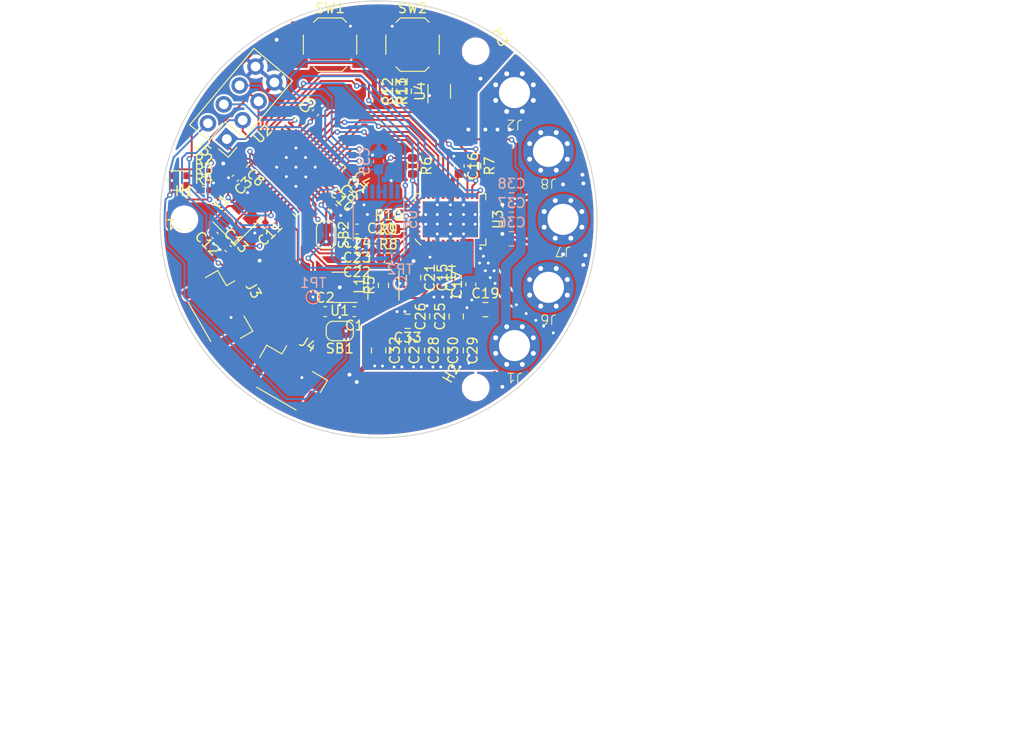
<source format=kicad_pcb>
(kicad_pcb (version 20221018) (generator pcbnew)
  (title_block (title "moco-OI451") (rev "1.0") (comment 1 "BLDC motor controller/driver") (comment 2 "MIT license (Open source hardware)") (comment 3 "https://github.com/ziteh/moco"))
  (layers (0 "F.Cu" signal) (31 "B.Cu" signal) (34 "B.Paste" user) (35 "F.Paste" user) (36 "B.SilkS" user "B.Silkscreen") (37 "F.SilkS" user "F.Silkscreen") (38 "B.Mask" user) (39 "F.Mask" user) (44 "Edge.Cuts" user))
  (net 0 "")
  (net 1 "Vdrive")
  (net 2 "GND")
  (net 3 "/Driver/AVDD")
  (net 4 "GNDPWR")
  (net 5 "/Driver/V_{REF}")
  (net 6 "+5V")
  (net 7 "+3.3V")
  (net 8 "/Driver/SOA")
  (net 9 "/Driver/SOB")
  (net 10 "/Driver/SOC")
  (net 11 "/~{RESET}")
  (net 12 "/MCU/OSC_IN")
  (net 13 "/MCU/OSC_OUT")
  (net 14 "/Driver/OUTA")
  (net 15 "/Driver/OUTB")
  (net 16 "/Driver/OUTC")
  (net 17 "/UART2_TX")
  (net 18 "/UART2_RX")
  (net 19 "/UART1_TX")
  (net 20 "/SWCLK")
  (net 21 "/UART1_RX")
  (net 22 "/SWDIO")
  (net 23 "Net-(LD1-BK)")
  (net 24 "Net-(LD1-GK)")
  (net 25 "Net-(LD1-RK)")
  (net 26 "Net-(U4-K)")
  (net 27 "/USER_LED1")
  (net 28 "/Driver/~{FAULT}")
  (net 29 "/ Rotary Sensor/MISO")
  (net 30 "/Driver/~{SLEEP}")
  (net 31 "/USER_LED2")
  (net 33 "/Driver/DRVOFF")
  (net 34 "/Driver/INHA")
  (net 35 "/Driver/INLA")
  (net 36 "/Driver/INHB")
  (net 37 "/Driver/INLB")
  (net 38 "/Driver/INHC")
  (net 39 "/Driver/INLC")
  (net 40 "/ Rotary Sensor/MOSI")
  (net 41 "/ Rotary Sensor/SCLK")
  (net 42 "/Driver/~{CS}")
  (net 43 "/ Rotary Sensor/~{CS}")
  (net 44 "/CAN_RX")
  (net 45 "/CAN_TX")
  (net 46 "/BOOT0")
  (net 47 "/ Rotary Sensor/B")
  (net 48 "/ Rotary Sensor/A")
  (net 49 "/ Rotary Sensor/W{slash}PWM")
  (net 50 "/ Rotary Sensor/V")
  (net 51 "/ Rotary Sensor/U")
  (net 52 "/ Rotary Sensor/I{slash}PWM")
  (net 53 "Net-(U3-CPH)")
  (net 54 "Net-(U3-CP)")
  (net 55 "Net-(R12-Pad2)")
  (net 67 "Net-(U3-CPL)")
  (net 68 "Net-(U3-SW_BK)")
  (net 69 "Net-(U3-SOA)")
  (net 70 "Net-(U3-SOB)")
  (net 71 "Net-(U3-SOC)")
  (net 74 "unconnected-(U2-PC4-Pad16)")
  (footprint "Capacitor_SMD:C_0603_1608Metric" (layer "F.Cu") (at 147.5 109.5 180)
    (fp_text reference "C1")
    (fp_text value "1uF")
  )
  (footprint "Package_TO_SOT_SMD:SOT-353_SC-70-5" (layer "F.Cu") (at 156.25 86.8 90)
    (fp_text reference "U4")
    (fp_text value "LM4040A50")
  )
  (footprint "Capacitor_SMD:C_0603_1608Metric" (layer "F.Cu") (at 147.775 104 180)
    (fp_text reference "C22")
    (fp_text value "22pF")
  )
  (footprint "Resistor_SMD:R_0603_1608Metric" (layer "F.Cu") (at 151 102.5)
    (fp_text reference "R9")
    (fp_text value "330R")
  )
  (footprint "Capacitor_SMD:C_0603_1608Metric" (layer "F.Cu") (at 158 106 90)
    (fp_text reference "C15")
    (fp_text value "1uF/16V")
  )
  (footprint "Capacitor_SMD:C_0402_1005Metric" (layer "F.Cu") (at 147.5 96.7 -45)
    (fp_text reference "C4")
    (fp_text value "100nF")
  )
  (footprint "Capacitor_SMD:C_0805_2012Metric" (layer "F.Cu") (at 161 109.3)
    (fp_text reference "C19")
    (fp_text value "10uF/50V")
  )
  (footprint "moco:wire_3.2mm" (layer "F.Cu") (at 167.5 93 180)
    (fp_text reference "J8")
    (fp_text value "C")
  )
  (footprint "Capacitor_SMD:C_0402_1005Metric" (layer "F.Cu") (at 143.5 89 45)
    (fp_text reference "C5")
    (fp_text value "100nF")
  )
  (footprint "Capacitor_SMD:C_0603_1608Metric" (layer "F.Cu") (at 144.5 109.5)
    (fp_text reference "C2")
    (fp_text value "1uF")
  )
  (footprint "moco:wire_3.2mm" (layer "F.Cu") (at 167.5 107 180)
    (fp_text reference "J6")
    (fp_text value "A")
  )
  (footprint "Resistor_SMD:R_0603_1608Metric" (layer "F.Cu") (at 150.9 86.8 -90)
    (fp_text reference "R13")
    (fp_text value "10k")
  )
  (footprint "Resistor_SMD:R_0402_1005Metric" (layer "F.Cu") (at 132 97)
    (fp_text reference "R4")
    (fp_text value "1k")
  )
  (footprint "Resistor_SMD:R_0603_1608Metric" (layer "F.Cu") (at 153.5 94.5 -90)
    (fp_text reference "R6")
    (fp_text value "5.1k")
  )
  (footprint "Button_Switch_SMD:SW_SPST_TL3342" (layer "F.Cu") (at 145 82)
    (fp_text reference "SW1")
    (fp_text value "RESET")
  )
  (footprint "Resistor_SMD:R_0603_1608Metric" (layer "F.Cu") (at 152.4 86.8 90)
    (fp_text reference "R12")
    (fp_text value "10k")
  )
  (footprint "Capacitor_SMD:C_0805_2012Metric" (layer "F.Cu") (at 150 113.5 -90)
    (fp_text reference "C32")
    (fp_text value "10uF/50V")
  )
  (footprint "Resistor_SMD:R_0603_1608Metric" (layer "F.Cu") (at 160 94.5 -90)
    (fp_text reference "R7")
    (fp_text value "5.1k")
  )
  (footprint "Connector_JST:JST_GH_SM03B-GHS-TB_1x03-1MP_P1.25mm_Horizontal" (layer "F.Cu") (at 133.75 109.25 -60)
    (fp_text reference "J3")
    (fp_text value "Serial")
  )
  (footprint "Capacitor_SMD:C_0805_2012Metric" (layer "F.Cu") (at 154 113.5 -90)
    (fp_text reference "C28")
    (fp_text value "10uF/50V")
  )
  (footprint "Capacitor_SMD:C_0402_1005Metric" (layer "F.Cu") (at 138 100.6606 -135)
    (fp_text reference "C11")
    (fp_text value "100nF")
  )
  (footprint "Connector_JST:JST_GH_SM03B-GHS-TB_1x03-1MP_P1.25mm_Horizontal" (layer "F.Cu") (at 140.75 116.25 -30)
    (fp_text reference "J4")
    (fp_text value "Serial")
  )
  (footprint "NetTie:NetTie-2_SMD_Pad0.5mm" (layer "F.Cu") (at 148.1036 115.6464 -135)
    (fp_text reference "NT1" hide)
    (fp_text value "NetTie_2" hide)
  )
  (footprint "Capacitor_SMD:C_0402_1005Metric" (layer "F.Cu") (at 146.8 97.4 -45)
    (fp_text reference "C7")
    (fp_text value "10nF")
  )
  (footprint "Capacitor_SMD:C_0805_2012Metric" (layer "F.Cu") (at 153 110.5 180)
    (fp_text reference "C33")
    (fp_text value "10uF/50V")
  )
  (footprint "Capacitor_SMD:C_0805_2012Metric" (layer "F.Cu") (at 156 110 90)
    (fp_text reference "C26")
    (fp_text value "10uF/50V")
  )
  (footprint "Resistor_SMD:R_0402_1005Metric" (layer "F.Cu") (at 132 96)
    (fp_text reference "R3")
    (fp_text value "5k")
  )
  (footprint "Capacitor_SMD:C_0402_1005Metric" (layer "F.Cu") (at 134.5 103 -45)
    (fp_text reference "C13")
    (fp_text value "12pF")
  )
  (footprint "Capacitor_SMD:C_0603_1608Metric" (layer "F.Cu") (at 147.775 102.5 180)
    (fp_text reference "C23")
    (fp_text value "22pF")
  )
  (footprint "Capacitor_SMD:C_0603_1608Metric" (layer "F.Cu") (at 158.3 94.5 -90)
    (fp_text reference "C16")
    (fp_text value "1uF/6.3V")
  )
  (footprint "Capacitor_SMD:C_0603_1608Metric" (layer "F.Cu") (at 150.25 99.5 180)
    (fp_text reference "C20")
    (fp_text value "100nF/6.3V")
  )
  (footprint "Capacitor_SMD:C_0402_1005Metric" (layer "F.Cu") (at 145.4 98.8 -45)
    (fp_text reference "C10")
    (fp_text value "100nF")
  )
  (footprint "Package_TO_SOT_SMD:SOT-23-5" (layer "F.Cu") (at 146 107 180)
    (fp_text reference "U1")
    (fp_text value "RT9013-33GB")
  )
  (footprint "Jumper:SolderJumper-2_P1.3mm_Open_RoundedPad1.0x1.5mm" (layer "F.Cu") (at 146 111.5 180)
    (fp_text reference "SB1")
    (fp_text value "SolderJumper_2_Open")
  )
  (footprint "Capacitor_SMD:C_0805_2012Metric" (layer "F.Cu") (at 156 113.5 -90)
    (fp_text reference "C30")
    (fp_text value "10uF/50V")
  )
  (footprint "Button_Switch_SMD:SW_SPST_TL3342" (layer "F.Cu") (at 153.5 82)
    (fp_text reference "SW2")
    (fp_text value "DRV_RST")
  )
  (footprint "Capacitor_SMD:C_0805_2012Metric" (layer "F.Cu") (at 152 113.5 -90)
    (fp_text reference "C27")
    (fp_text value "10uF/50V")
  )
  (footprint "Package_DFN_QFN:QFN-48-1EP_7x7mm_P0.5mm_EP5.6x5.6mm" (layer "F.Cu") (at 141.4861 94.6248 45)
    (fp_text reference "U2")
    (fp_text value "STM32G431CBUx")
  )
  (footprint "moco:RGB LED 1.6x1.6mm" (layer "F.Cu") (at 129.5 96 180)
    (fp_text reference "LD1")
    (fp_text value "LED_BAGR")
  )
  (footprint "Capacitor_SMD:C_0402_1005Metric" (layer "F.Cu") (at 146.1 98.1 -45)
    (fp_text reference "C8")
    (fp_text value "1uF")
  )
  (footprint "MountingHole:MountingHole_2.2mm_M2_ISO14580" (layer "F.Cu") (at 160 117.3205 60)
    (fp_text reference "H2")
    (fp_text value "MountingHole")
  )
  (footprint "MountingHole:MountingHole_2.2mm_M2_ISO14580" (layer "F.Cu") (at 160 82.6795 -60)
    (fp_text reference "H3")
    (fp_text value "MountingHole")
  )
  (footprint "Inductor_SMD:L_Taiyo-Yuden_MD-3030" (layer "F.Cu") (at 150.5 106.8 90)
    (fp_text reference "L1")
    (fp_text value "47uH")
  )
  (footprint "Capacitor_SMD:C_0402_1005Metric" (layer "F.Cu") (at 133.1606 101.6606 135)
    (fp_text reference "C12")
    (fp_text value "12pF")
  )
  (footprint "Resistor_SMD:R_0402_1005Metric" (layer "F.Cu") (at 132 95)
    (fp_text reference "R2")
    (fp_text value "1k")
  )
  (footprint "moco:VQFN-40_RGF_5x7mm_0.5mm_pitch_thermalpad" (layer "F.Cu") (at 157.4 100 90)
    (fp_text reference "U3")
    (fp_text value "DRV8316CR")
  )
  (footprint "Connector_PinHeader_2.54mm:PinHeader_2x04_P2.54mm_Vertical" (layer "F.Cu") (at 134.3673 91.7305 140)
    (fp_text reference "J5")
    (fp_text value "Debug")
  )
  (footprint "Capacitor_SMD:C_0603_1608Metric" (layer "F.Cu") (at 156 106 -90)
    (fp_text reference "C14")
    (fp_text value "47nF/100V")
  )
  (footprint "Capacitor_SMD:C_0603_1608Metric" (layer "F.Cu") (at 147.775 101 180)
    (fp_text reference "C24")
    (fp_text value "22pF")
  )
  (footprint "Crystal:Crystal_SMD_3225-4Pin_3.2x2.5mm" (layer "F.Cu") (at 135.5 100 45)
    (fp_text reference "Y1")
    (fp_text value "8MHz")
  )
  (footprint "Capacitor_SMD:C_0805_2012Metric" (layer "F.Cu") (at 158 113.5 -90)
    (fp_text reference "C29")
    (fp_text value "10uF/50V")
  )
  (footprint "Capacitor_SMD:C_0805_2012Metric" (layer "F.Cu") (at 153.6 106 -90)
    (fp_text reference "C21")
    (fp_text value "22uF/16V")
  )
  (footprint "moco:wire_3.2mm" (layer "F.Cu") (at 169 100 180)
    (fp_text reference "J7")
    (fp_text value "B")
  )
  (footprint "MountingHole:MountingHole_2.2mm_M2_ISO14580" (layer "F.Cu") (at 130 100)
    (fp_text reference "H1")
    (fp_text value "MountingHole")
  )
  (footprint "Resistor_SMD:R_0603_1608Metric" (layer "F.Cu") (at 151 104)
    (fp_text reference "R8")
    (fp_text value "330R")
  )
  (footprint "Resistor_SMD:R_0603_1608Metric" (layer "F.Cu") (at 153.9 86.8 90)
    (fp_text reference "R11")
    (fp_text value "10k/100mW")
  )
  (footprint "Capacitor_SMD:C_0805_2012Metric" (layer "F.Cu") (at 158 110 90)
    (fp_text reference "C25")
    (fp_text value "10uF/50V")
  )
  (footprint "moco:wire_3.2mm" (layer "F.Cu") (at 164 113 180)
    (fp_text reference "J1")
    (fp_text value "V+")
  )
  (footprint "Capacitor_SMD:C_0402_1005Metric" (layer "F.Cu") (at 135.25 95.75 -135)
    (fp_text reference "C3")
    (fp_text value "100nF")
  )
  (footprint "Jumper:SolderJumper-2_P1.3mm_Bridged_RoundedPad1.0x1.5mm" (layer "F.Cu") (at 144.6 101.6 -90)
    (fp_text reference "SB2")
    (fp_text value "SolderJumper_2_Bridged")
  )
  (footprint "Resistor_SMD:R_0603_1608Metric" (layer "F.Cu") (at 151 101)
    (fp_text reference "R10")
    (fp_text value "330R")
  )
  (footprint "Capacitor_SMD:C_0603_1608Metric" (layer "F.Cu") (at 159.5 106.7 90)
    (fp_text reference "C17")
    (fp_text value "100nF/50V")
  )
  (footprint "Capacitor_SMD:C_0402_1005Metric" (layer "F.Cu") (at 136.5 96.5 -45)
    (fp_text reference "C6")
    (fp_text value "100nF")
  )
  (footprint "moco:wire_3.2mm" (layer "F.Cu") (at 164 86.9401 180)
    (fp_text reference "J2")
    (fp_text value "V-")
  )
  (footprint "Resistor_SMD:R_0603_1608Metric" (layer "F.Cu") (at 150.5 106.8 90)
    (fp_text reference "R5")
    (fp_text value "22R")
  )
  (footprint "TestPoint:TestPoint_Pad_D1.0mm" (layer "B.Cu") (at 152.2 106.6 180)
    (fp_text reference "TP2")
    (fp_text value "V_{BK}")
  )
  (footprint "Capacitor_SMD:C_0805_2012Metric" (layer "B.Cu") (at 163.7 100 180)
    (fp_text reference "C37")
    (fp_text value "10uF/50V")
  )
  (footprint "Capacitor_SMD:C_0805_2012Metric" (layer "B.Cu") (at 163.7 102 180)
    (fp_text reference "C36")
    (fp_text value "10uF/50V")
  )
  (footprint "Package_SO:TSSOP-14_4.4x5mm_P0.65mm" (layer "B.Cu") (at 150 100 90)
    (fp_text reference "U5")
    (fp_text value "AS5047x")
  )
  (footprint "Capacitor_SMD:C_0603_1608Metric_Pad1.08x0.95mm_HandSolder" (layer "B.Cu") (at 150 94 -90)
    (fp_text reference "C35")
    (fp_text value "100nF")
  )
  (footprint "Capacitor_SMD:C_0805_2012Metric" (layer "B.Cu") (at 163.7 98 180)
    (fp_text reference "C38")
    (fp_text value "10uF/50V")
  )
  (footprint "TestPoint:TestPoint_Pad_D1.0mm" (layer "B.Cu") (at 143.25 108 180)
    (fp_text reference "TP1")
    (fp_text value "V_{CC}")
  )
  (gr_circle locked (center 150 100) (end 172.5 100) (stroke (width 0.1)) (fill none) (layer "Edge.Cuts"))
  (segment (start 158.65 104.575) (end 158.65 102.4) (width 0.2) (layer "F.Cu") (net 1))
  (segment (start 153.95 112.5) (end 154 112.55) (width 0.2) (layer "F.Cu") (net 1))
  (segment (start 159.15 105.575) (end 159.5 105.925) (width 0.2) (layer "F.Cu") (net 1))
  (segment (start 158 110.95) (end 156 110.95) (width 0.2) (layer "F.Cu") (net 1))
  (segment (start 156 110.95) (end 154.4 110.95) (width 0.2) (layer "F.Cu") (net 1))
  (segment (start 163.7 91.8) (end 163.65 91.75) (width 0.2) (layer "F.Cu") (net 1))
  (segment (start 158 110.95) (end 158 111.8) (width 0.2) (layer "F.Cu") (net 1))
  (segment (start 154.4 110.95) (end 153.95 110.5) (width 0.2) (layer "F.Cu") (net 1))
  (segment (start 156 112.55) (end 158 112.55) (width 0.2) (layer "F.Cu") (net 1))
  (segment (start 154.375 87.625) (end 153.9 87.625) (width 0.2) (layer "F.Cu") (net 1))
  (segment (start 150 112.55) (end 152 112.55) (width 0.2) (layer "F.Cu") (net 1))
  (segment (start 152 112.55) (end 154 112.55) (width 0.2) (layer "F.Cu") (net 1))
  (segment (start 159.15 102.4) (end 158.65 102.4) (width 0.2) (layer "F.Cu") (net 1))
  (segment (start 158.5 91.75) (end 154.375 87.625) (width 0.2) (layer "F.Cu") (net 1))
  (segment (start 158 105.225) (end 158.65 104.575) (width 0.2) (layer "F.Cu") (net 1))
  (segment (start 159.65 102.4) (end 159.15 102.4) (width 0.2) (layer "F.Cu") (net 1))
  (segment (start 164 111.35) (end 164 113) (width 0.2) (layer "F.Cu") (net 1))
  (segment (start 158 111.8) (end 162.8 111.8) (width 0.2) (layer "F.Cu") (net 1))
  (segment (start 161.95 109.3) (end 164 111.35) (width 0.2) (layer "F.Cu") (net 1))
  (segment (start 161.95 108.375) (end 159.5 105.925) (width 0.2) (layer "F.Cu") (net 1))
  (segment (start 158 110.95) (end 158 111.8) (width 0.2) (layer "F.Cu") (net 1))
  (segment (start 158 111.8) (end 158 112.55) (width 0.2) (layer "F.Cu") (net 1))
  (segment (start 161.95 109.3) (end 161.95 108.375) (width 0.2) (layer "F.Cu") (net 1))
  (segment (start 162.8 111.8) (end 164 113) (width 0.2) (layer "F.Cu") (net 1))
  (segment (start 159.15 102.4) (end 159.15 105.575) (width 0.2) (layer "F.Cu") (net 1))
  (segment (start 163.65 91.75) (end 158.5 91.75) (width 0.2) (layer "F.Cu") (net 1))
  (segment (start 154 112.55) (end 156 112.55) (width 0.2) (layer "F.Cu") (net 1))
  (via (at 163.7 91.8) (size 0.56) (drill 0.3) (layers "F.Cu" "B.Cu") (net 1))
  (segment (start 164.65 100) (end 164.65 102) (width 1) (layer "B.Cu") (net 1))
  (segment (start 164.65 102) (end 164.65 103.25) (width 1) (layer "B.Cu") (net 1))
  (segment (start 164.65 103.25) (end 163.1 104.8) (width 1) (layer "B.Cu") (net 1))
  (segment (start 164.65 98) (end 164.65 100) (width 1) (layer "B.Cu") (net 1))
  (segment (start 164.1 92.2) (end 164.1 94.6) (width 0.2) (layer "B.Cu") (net 1))
  (segment (start 164.65 95.15) (end 164.65 98) (width 0.2) (layer "B.Cu") (net 1))
  (segment (start 163.1 112.1) (end 164 113) (width 1) (layer "B.Cu") (net 1))
  (segment (start 164.1 94.6) (end 164.65 95.15) (width 0.2) (layer "B.Cu") (net 1))
  (segment (start 163.1 104.8) (end 163.1 112.1) (width 1) (layer "B.Cu") (net 1))
  (segment (start 163.7 91.8) (end 164.1 92.2) (width 0.2) (layer "B.Cu") (net 1))
  (segment (start 146.439 98.4394) (end 146.439 98.5394) (width 0.2) (layer "F.Cu") (net 2))
  (segment (start 156.15 102.4) (end 156.15 101.25) (width 0.2) (layer "F.Cu") (net 2))
  (segment (start 145.739 99.1394) (end 145.739 99.2394) (width 0.2) (layer "F.Cu") (net 2))
  (segment (start 146 109.5) (end 146.725 109.5) (width 0.2) (layer "F.Cu") (net 2))
  (segment (start 147.139 97.9394) (end 147.5 98.3) (width 0.2) (layer "F.Cu") (net 2))
  (segment (start 146 107) (end 146 108.8) (width 0.2) (layer "F.Cu") (net 2))
  (segment (start 148.5 97.7) (end 147.839 97.0394) (width 0.2) (layer "F.Cu") (net 2))
  (segment (start 147.139 97.7394) (end 147.139 97.9394) (width 0.2) (layer "F.Cu") (net 2))
  (segment (start 150.35 80.1) (end 151.4 80.1) (width 0.2) (layer "F.Cu") (net 2))
  (segment (start 146 108.8) (end 146 109.5) (width 0.2) (layer "F.Cu") (net 2))
  (segment (start 157.75 93.5) (end 157.975 93.725) (width 0.2) (layer "F.Cu") (net 2))
  (segment (start 134.121 101.379) (end 134.121 100.177) (width 0.2) (layer "F.Cu") (net 2))
  (segment (start 145.739 99.2394) (end 146.1 99.6) (width 0.2) (layer "F.Cu") (net 2))
  (segment (start 134.536 95.7144) (end 134.661 95.8394) (width 0.2) (layer "F.Cu") (net 2))
  (segment (start 148.15 80.1) (end 147.1 80.1) (width 0.2) (layer "F.Cu") (net 2))
  (segment (start 155.294 103.894) (end 156.15 103.038) (width 0.2) (layer "F.Cu") (net 2))
  (segment (start 137.661 100.605) (end 136.879 99.8232) (width 0.2) (layer "F.Cu") (net 2))
  (segment (start 155.15 102.4) (end 155.15 100.2) (width 0.2) (layer "F.Cu") (net 2))
  (segment (start 133.5 102) (end 134.121 101.379) (width 0.2) (layer "F.Cu") (net 2))
  (segment (start 134.161 102.661) (end 134.1606 102.6606) (width 0.2) (layer "F.Cu") (net 2))
  (segment (start 134.139 102.661) (end 134.161 102.661) (width 0.2) (layer "F.Cu") (net 2))
  (segment (start 146 109.5) (end 146 110.1) (width 0.2) (layer "F.Cu") (net 2))
  (segment (start 157.975 93.725) (end 158.3 93.725) (width 0.2) (layer "F.Cu") (net 2))
  (segment (start 153.6 105.05) (end 153.6 104.3) (width 0.2) (layer "F.Cu") (net 2))
  (segment (start 151.4 80.1) (end 156.65 80.1) (width 0.2) (layer "F.Cu") (net 2))
  (segment (start 148.85 99.5) (end 149.475 99.5) (width 0.2) (layer "F.Cu") (net 2))
  (segment (start 146.439 98.5394) (end 146.8 98.9) (width 0.2) (layer "F.Cu") (net 2))
  (segment (start 143.839 88.6606) (end 144.2 88.3) (width 0.2) (layer "F.Cu") (net 2))
  (segment (start 132.75 96) (end 133 96.25) (width 0.2) (layer "F.Cu") (net 2))
  (segment (start 155.6 87.6) (end 155.6 87.75) (width 0.2) (layer "F.Cu") (net 2))
  (segment (start 148.5 98.5) (end 148.5 97.7) (width 0.2) (layer "F.Cu") (net 2))
  (segment (start 137.661 101) (end 137.661 100.605) (width 0.2) (layer "F.Cu") (net 2))
  (segment (start 155.15 102.65) (end 155.15 102.4) (width 0.2) (layer "F.Cu") (net 2))
  (segment (start 156.15 103.038) (end 156.15 102.4) (width 0.2) (layer "F.Cu") (net 2))
  (segment (start 146 109.5) (end 146.725 109.5) (width 0.2) (layer "F.Cu") (net 2))
  (segment (start 157.65 97.6) (end 157.65 98.25) (width 0.2) (layer "F.Cu") (net 2))
  (segment (start 147.138 107) (end 147.1375 107) (width 0.2) (layer "F.Cu") (net 2))
  (segment (start 150.35 80.1) (end 151.4 80.1) (width 0.2) (layer "F.Cu") (net 2))
  (segment (start 153.6 104.2) (end 155.15 102.65) (width 0.2) (layer "F.Cu") (net 2))
  (segment (start 155.25 87.25) (end 155.6 87.6) (width 0.2) (layer "F.Cu") (net 2))
  (segment (start 147 104) (end 146.3 104) (width 0.2) (layer "F.Cu") (net 2))
  (segment (start 147 101) (end 146.4 101) (width 0.2) (layer "F.Cu") (net 2))
  (segment (start 148.15 80.1) (end 147.1 80.1) (width 0.2) (layer "F.Cu") (net 2))
  (segment (start 137.25 101.4) (end 137.261 101.4) (width 0.2) (layer "F.Cu") (net 2))
  (segment (start 133.675 103.125) (end 134.139 102.661) (width 0.2) (layer "F.Cu") (net 2))
  (segment (start 147 102.5) (end 146.4 102.5) (width 0.2) (layer "F.Cu") (net 2))
  (segment (start 132.51 96) (end 132.75 96) (width 0.2) (layer "F.Cu") (net 2))
  (segment (start 147.1 80.1) (end 141.85 80.1) (width 0.2) (layer "F.Cu") (net 2))
  (segment (start 134.1606 102.6606) (end 133.5 102) (width 0.2) (layer "F.Cu") (net 2))
  (segment (start 137.261 101.4) (end 137.661 101) (width 0.2) (layer "F.Cu") (net 2))
  (segment (start 153.6 104.3) (end 153.6 104.2) (width 0.2) (layer "F.Cu") (net 2))
  (segment (start 145.275 109.5) (end 146 109.5) (width 0.2) (layer "F.Cu") (net 2))
  (segment (start 148.15 80.1) (end 150.35 80.1) (width 0.2) (layer "F.Cu") (net 2))
  (segment (start 147.1375 107) (end 146 107) (width 0.2) (layer "F.Cu") (net 2))
  (segment (start 157.65 98.25) (end 157.4 98.5) (width 0.2) (layer "F.Cu") (net 2))
  (segment (start 149.475 99.5) (end 149.6 99.5) (width 0.2) (layer "F.Cu") (net 2))
  (via (at 134.536 95.7144) (size 0.56) (drill 0.3) (layers "F.Cu" "B.Cu") (net 2))
  (via (at 146.3 104) (size 0.56) (drill 0.3) (layers "F.Cu" "B.Cu") (net 2))
  (via (at 146.4 101) (size 0.56) (drill 0.3) (layers "F.Cu" "B.Cu") (net 2))
  (via (at 140.5 93.625) (size 0.56) (drill 0.3) (layers "F.Cu" "B.Cu") (net 2))
  (via (at 160.5 85.5) (size 0.7) (drill 0.4) (layers "F.Cu" "B.Cu") (net 2))
  (via (at 144.2 88.3) (size 0.56) (drill 0.3) (layers "F.Cu" "B.Cu") (net 2))
  (via (at 151.3 96) (size 0.56) (drill 0.3) (layers "F.Cu" "B.Cu") (net 2))
  (via (at 143.475 94.625) (size 0.56) (drill 0.3) (layers "F.Cu" "B.Cu") (net 2))
  (via (at 141.486 94.6248) (size 0.56) (drill 0.3) (layers "F.Cu" "B.Cu") (net 2))
  (via (at 141.486 92.65) (size 0.56) (drill 0.3) (layers "F.Cu" "B.Cu") (net 2))
  (via (at 139.5 81.5) (size 0.7) (drill 0.4) (layers "F.Cu" "B.Cu") (net 2))
  (via (at 137.25 101.4) (size 0.56) (drill 0.3) (layers "F.Cu" "B.Cu") (net 2))
  (via (at 147.75 116.75) (size 0.7) (drill 0.4) (layers "F.Cu" "B.Cu") (net 2))
  (via (at 142.475 93.625) (size 0.56) (drill 0.3) (layers "F.Cu" "B.Cu") (net 2))
  (via (at 151.4 80.1) (size 0.56) (drill 0.3) (layers "F.Cu" "B.Cu") (net 2))
  (via (at 159.25 90.75) (size 0.7) (drill 0.4) (layers "F.Cu" "B.Cu") (net 2))
  (via (at 147.5 98.3) (size 0.56) (drill 0.3) (layers "F.Cu" "B.Cu") (net 2))
  (via (at 136.5 97.25) (size 0.56) (drill 0.3) (layers "F.Cu" "B.Cu") (net 2))
  (via (at 149.375 93.375) (size 0.56) (drill 0.3) (layers "F.Cu" "B.Cu") (net 2))
  (via (at 133.675 103.125) (size 0.56) (drill 0.3) (layers "F.Cu" "B.Cu") (net 2))
  (via (at 146.8 98.9) (size 0.56) (drill 0.3) (layers "F.Cu" "B.Cu") (net 2))
  (via (at 148.5 98.5) (size 0.56) (drill 0.3) (layers "F.Cu" "B.Cu") (net 2))
  (via (at 137.75 104.25) (size 0.7) (drill 0.4) (layers "F.Cu" "B.Cu") (net 2))
  (via (at 142.5 95.625) (size 0.56) (drill 0.3) (layers "F.Cu" "B.Cu") (net 2))
  (via (at 146 108.8) (size 0.56) (drill 0.3) (layers "F.Cu" "B.Cu") (net 2))
  (via (at 133 96.25) (size 0.56) (drill 0.3) (layers "F.Cu" "B.Cu") (net 2))
  (via (at 155.294 103.894) (size 0.56) (drill 0.3) (layers "F.Cu" "B.Cu") (net 2))
  (via (at 134.8 110.1) (size 0.56) (drill 0.3) (layers "F.Cu" "B.Cu") (net 2))
  (via (at 155.25 87.25) (size 0.56) (drill 0.3) (layers "F.Cu" "B.Cu") (net 2))
  (via (at 139.5 94.625) (size 0.56) (drill 0.3) (layers "F.Cu" "B.Cu") (net 2))
  (via (at 140.5 95.6) (size 0.56) (drill 0.3) (layers "F.Cu" "B.Cu") (net 2))
  (via (at 162.75 117.25) (size 0.7) (drill 0.4) (layers "F.Cu" "B.Cu") (net 2))
  (via (at 141.486 96.6) (size 0.56) (drill 0.3) (layers "F.Cu" "B.Cu") (net 2))
  (via (at 147 116) (size 0.7) (drill 0.4) (layers "F.Cu" "B.Cu") (net 2))
  (via (at 142.1 116.3) (size 0.56) (drill 0.3) (layers "F.Cu" "B.Cu") (net 2))
  (via (at 146 107) (size 0.7) (drill 0.4) (layers "F.Cu" "B.Cu") (net 2))
  (via (at 146.1 99.6) (size 0.56) (drill 0.3) (layers "F.Cu" "B.Cu") (net 2))
  (via (at 147.1 80.1) (size 0.56) (drill 0.3) (layers "F.Cu" "B.Cu") (net 2))
  (via (at 146.4 102.5) (size 0.56) (drill 0.3) (layers "F.Cu" "B.Cu") (net 2))
  (via (at 148.85 99.5) (size 0.56) (drill 0.3) (layers "F.Cu" "B.Cu") (net 2))
  (via (at 146 110.1) (size 0.56) (drill 0.3) (layers "F.Cu" "B.Cu") (net 2))
  (via (at 157.75 93.5) (size 0.56) (drill 0.3) (layers "F.Cu" "B.Cu") (net 2))
  (via (at 153.6 104.3) (size 0.7) (drill 0.4) (layers "F.Cu" "B.Cu") (net 2))
  (via (at 134 94.25) (size 0.7) (drill 0.4) (layers "F.Cu" "B.Cu") (net 2))
  (via (at 133 102.5) (size 0.56) (drill 0.3) (layers "F.Cu" "B.Cu") (net 2))
  (segment (start 158.75 101.5) (end 158.75 102.5) (width 0.4) (layer "B.Cu") (net 2))
  (segment (start 156.05 98.5) (end 156.05 97.55) (width 0.4) (layer "B.Cu") (net 2))
  (segment (start 156.05 98.5) (end 156 98.45) (width 0.4) (layer "B.Cu") (net 2))
  (segment (start 158.75 98.5) (end 158.75 97.5) (width 0.4) (layer "B.Cu") (net 2))
  (segment (start 149.612 93.1375) (end 150 93.1375) (width 0.2) (layer "B.Cu") (net 2))
  (segment (start 151.3 97.1375) (end 151.3 96) (width 0.2) (layer "B.Cu") (net 2))
  (segment (start 156.05 101.5) (end 156.05 102.5) (width 0.4) (layer "B.Cu") (net 2))
  (segment (start 149.375 93.375) (end 149.612 93.1375) (width 0.2) (layer "B.Cu") (net 2))
  (segment (start 158.15 95.425) (end 158.15 97.6) (width 0.2) (layer "F.Cu") (net 3))
  (segment (start 158.3 95.275) (end 158.15 95.425) (width 0.2) (layer "F.Cu") (net 3))
  (segment (start 159.5 107.475) (end 160.05 108.025) (width 0.2) (layer "F.Cu") (net 4))
  (segment (start 160.5 103) (end 160.15 102.65) (width 0.2) (layer "F.Cu") (net 4))
  (segment (start 158 109.05) (end 156 109.05) (width 0.2) (layer "F.Cu") (net 4))
  (segment (start 154 114.45) (end 152 114.45) (width 0.2) (layer "F.Cu") (net 4))
  (segment (start 160.05 108.025) (end 160.05 109.3) (width 0.2) (layer "F.Cu") (net 4))
  (segment (start 158 114.45) (end 156 114.45) (width 0.2) (layer "F.Cu") (net 4))
  (segment (start 156 114.45) (end 154 114.45) (width 0.2) (layer "F.Cu") (net 4))
  (segment (start 152.05 110.5) (end 152.05 109.95) (width 0.2) (layer "F.Cu") (net 4))
  (segment (start 152.95 109.05) (end 156 109.05) (width 0.2) (layer "F.Cu") (net 4))
  (segment (start 152 114.45) (end 150 114.45) (width 0.2) (layer "F.Cu") (net 4))
  (segment (start 152.05 109.95) (end 152.95 109.05) (width 0.2) (layer "F.Cu") (net 4))
  (segment (start 159.8 109.05) (end 158 109.05) (width 0.2) (layer "F.Cu") (net 4))
  (segment (start 169 96.4) (end 160.8 99.25) (width 0.2) (layer "F.Cu") (net 4))
  (segment (start 169 103.6) (end 160.8 100.75) (width 0.2) (layer "F.Cu") (net 4))
  (segment (start 160.15 102.65) (end 160.15 102.4) (width 0.2) (layer "F.Cu") (net 4))
  (segment (start 160.05 109.3) (end 159.8 109.05) (width 0.2) (layer "F.Cu") (net 4))
  (via (at 165.2 109.7) (size 0.56) (drill 0.3) (layers "F.Cu" "B.Cu") (net 4))
  (via (at 156.4 115.2) (size 0.56) (drill 0.3) (layers "F.Cu" "B.Cu") (net 4))
  (via (at 159.3 114.8) (size 0.56) (drill 0.3) (layers "F.Cu" "B.Cu") (net 4))
  (via (at 156.6 108) (size 0.56) (drill 0.3) (layers "F.Cu" "B.Cu") (net 4))
  (via (at 161.3 104.5) (size 0.56) (drill 0.3) (layers "F.Cu" "B.Cu") (net 4))
  (via (at 162.75 101.5) (size 0.7) (drill 0.4) (layers "F.Cu" "B.Cu") (net 4))
  (via (at 155 108.9) (size 0.56) (drill 0.3) (layers "F.Cu" "B.Cu") (net 4))
  (via (at 162 106.6) (size 0.56) (drill 0.3) (layers "F.Cu" "B.Cu") (net 4))
  (via (at 164.2 108.8) (size 0.56) (drill 0.3) (layers "F.Cu" "B.Cu") (net 4))
  (via (at 171.3 103.7) (size 0.7) (drill 0.4) (layers "F.Cu" "B.Cu") (net 4))
  (via (at 169 103.6) (size 0.7) (drill 0.4) (layers "F.Cu" "B.Cu") (net 4))
  (via (at 151.6 115.2) (size 0.56) (drill 0.3) (layers "F.Cu" "B.Cu") (net 4))
  (via (at 149.6 115.1) (size 0.56) (drill 0.3) (layers "F.Cu" "B.Cu") (net 4))
  (via (at 159.6 108.3) (size 0.56) (drill 0.3) (layers "F.Cu" "B.Cu") (net 4))
  (via (at 159.3 114) (size 0.56) (drill 0.3) (layers "F.Cu" "B.Cu") (net 4))
  (via (at 169 96.4) (size 0.7) (drill 0.4) (layers "F.Cu" "B.Cu") (net 4))
  (via (at 162.75 98.5) (size 0.7) (drill 0.4) (layers "F.Cu" "B.Cu") (net 4))
  (via (at 152.7 109.5) (size 0.56) (drill 0.3) (layers "F.Cu" "B.Cu") (net 4))
  (via (at 171.1 96.3) (size 0.7) (drill 0.4) (layers "F.Cu" "B.Cu") (net 4))
  (via (at 162.25 90.75) (size 0.7) (drill 0.4) (layers "F.Cu" "B.Cu") (net 4))
  (via (at 161.5 106) (size 0.56) (drill 0.3) (layers "F.Cu" "B.Cu") (net 4))
  (via (at 154.4 115.2) (size 0.56) (drill 0.3) (layers "F.Cu" "B.Cu") (net 4))
  (via (at 153.6 115.2) (size 0.56) (drill 0.3) (layers "F.Cu" "B.Cu") (net 4))
  (via (at 158.4 108) (size 0.56) (drill 0.3) (layers "F.Cu" "B.Cu") (net 4))
  (via (at 159.1 109.1) (size 0.56) (drill 0.3) (layers "F.Cu" "B.Cu") (net 4))
  (via (at 151.9 109.5) (size 0.56) (drill 0.3) (layers "F.Cu" "B.Cu") (net 4))
  (via (at 160.8 103.8) (size 0.56) (drill 0.3) (layers "F.Cu" "B.Cu") (net 4))
  (via (at 171.1 104.7) (size 0.7) (drill 0.4) (layers "F.Cu" "B.Cu") (net 4))
  (via (at 155.6 115.2) (size 0.56) (drill 0.3) (layers "F.Cu" "B.Cu") (net 4))
  (via (at 163.5 90.75) (size 0.7) (drill 0.4) (layers "F.Cu" "B.Cu") (net 4))
  (via (at 155.7 108) (size 0.56) (drill 0.3) (layers "F.Cu" "B.Cu") (net 4))
  (via (at 161 90.75) (size 0.7) (drill 0.4) (layers "F.Cu" "B.Cu") (net 4))
  (via (at 160.5 103) (size 0.56) (drill 0.3) (layers "F.Cu" "B.Cu") (net 4))
  (via (at 168 111.7) (size 0.56) (drill 0.3) (layers "F.Cu" "B.Cu") (net 4))
  (via (at 157.5 108) (size 0.56) (drill 0.3) (layers "F.Cu" "B.Cu") (net 4))
  (via (at 160.4 104.5) (size 0.56) (drill 0.3) (layers "F.Cu" "B.Cu") (net 4))
  (via (at 158.4 115.2) (size 0.56) (drill 0.3) (layers "F.Cu" "B.Cu") (net 4))
  (via (at 171 95.4) (size 0.7) (drill 0.4) (layers "F.Cu" "B.Cu") (net 4))
  (via (at 161 105.3) (size 0.56) (drill 0.3) (layers "F.Cu" "B.Cu") (net 4))
  (via (at 161.9 105.3) (size 0.56) (drill 0.3) (layers "F.Cu" "B.Cu") (net 4))
  (via (at 157.6 115.2) (size 0.56) (drill 0.3) (layers "F.Cu" "B.Cu") (net 4))
  (via (at 167 111) (size 0.56) (drill 0.3) (layers "F.Cu" "B.Cu") (net 4))
  (via (at 152.4 115.2) (size 0.56) (drill 0.3) (layers "F.Cu" "B.Cu") (net 4))
  (via (at 150.4 115.1) (size 0.56) (drill 0.3) (layers "F.Cu" "B.Cu") (net 4))
  (via (at 166.2 110.4) (size 0.56) (drill 0.3) (layers "F.Cu" "B.Cu") (net 4))
  (segment (start 162.8 98.7) (end 162.75 98.65) (width 0.2) (layer "B.Cu") (net 4))
  (segment (start 162.75 100) (end 162.75 98.75) (width 1) (layer "B.Cu") (net 4))
  (segment (start 162.75 98.65) (end 162.75 98) (width 0.2) (layer "B.Cu") (net 4))
  (segment (start 162.75 98.75) (end 162.8 98.7) (width 0.2) (layer "B.Cu") (net 4))
  (segment (start 162.75 102) (end 162.75 100) (width 1) (layer "B.Cu") (net 4))
  (segment (start 145.061 97.5606) (end 145.061 98.4606) (width 0.2) (layer "F.Cu") (net 5))
  (segment (start 144.75 97.25) (end 145.061 97.5606) (width 0.2) (layer "F.Cu") (net 5))
  (segment (start 144.447 96.5251) (end 144.4471 96.5251) (width 0.2) (layer "F.Cu") (net 5))
  (segment (start 144.75 96.828) (end 144.75 97.25) (width 0.2) (layer "F.Cu") (net 5))
  (segment (start 151.025 99.5) (end 151.775 100.25) (width 0.2) (layer "F.Cu") (net 5))
  (segment (start 145.061 98.4606) (end 144.6 98.9212) (width 0.2) (layer "F.Cu") (net 5))
  (segment (start 145.0606 98.4606) (end 145.061 98.4606) (width 0.2) (layer "F.Cu") (net 5))
  (segment (start 145.255 100.295) (end 150.23 100.295) (width 0.2) (layer "F.Cu") (net 5))
  (segment (start 151.775 100.25) (end 154 100.25) (width 0.2) (layer "F.Cu") (net 5))
  (segment (start 144.4471 96.5251) (end 144.75 96.828) (width 0.2) (layer "F.Cu") (net 5))
  (segment (start 144.6 100.95) (end 145.255 100.295) (width 0.2) (layer "F.Cu") (net 5))
  (segment (start 144.6 98.9212) (end 144.6 100.95) (width 0.2) (layer "F.Cu") (net 5))
  (segment (start 150.23 100.295) (end 151.025 99.5) (width 0.2) (layer "F.Cu") (net 5))
  (segment (start 147.138 108.362) (end 148.275 109.5) (width 0.4) (layer "F.Cu") (net 6))
  (segment (start 154.625 105.925) (end 153.6 106.95) (width 0.2) (layer "F.Cu") (net 6))
  (segment (start 150.775 105.7) (end 151.4 105.7) (width 0.2) (layer "F.Cu") (net 6))
  (segment (start 147.341 107.95) (end 147.138 107.95) (width 0.4) (layer "F.Cu") (net 6))
  (segment (start 146.65 111.5) (end 146.65 111.125) (width 0.2) (layer "F.Cu") (net 6))
  (segment (start 128.5 97.5) (end 128.8 97.2) (width 0.2) (layer "F.Cu") (net 6))
  (segment (start 148.4 105.7) (end 148.05 106.05) (width 0.4) (layer "F.Cu") (net 6))
  (segment (start 152.65 106.95) (end 152.55 106.95) (width 0.2) (layer "F.Cu") (net 6))
  (segment (start 147.544 107.95) (end 147.341 107.95) (width 0.4) (layer "F.Cu") (net 6))
  (segment (start 147.138 106.05) (end 147.1375 106.05) (width 0.2) (layer "F.Cu") (net 6))
  (segment (start 148.4 107.5) (end 147.95 107.95) (width 0.4) (layer "F.Cu") (net 6))
  (segment (start 154.625 103.741) (end 154.625 105.925) (width 0.2) (layer "F.Cu") (net 6))
  (segment (start 153.6 106.95) (end 152.65 106.95) (width 0.2) (layer "F.Cu") (net 6))
  (segment (start 147.544 107.95) (end 147.341 107.95) (width 0.2) (layer "F.Cu") (net 6))
  (segment (start 147.341 107.95) (end 147.138 107.95) (width 0.2) (layer "F.Cu") (net 6))
  (segment (start 155.65 102.716) (end 154.625 103.741) (width 0.2) (layer "F.Cu") (net 6))
  (segment (start 147.138 107.95) (end 147.1375 107.95) (width 0.2) (layer "F.Cu") (net 6))
  (segment (start 148.4 105.7) (end 148.4 107.5) (width 0.4) (layer "F.Cu") (net 6))
  (segment (start 146.65 111.125) (end 148.275 109.5) (width 0.2) (layer "F.Cu") (net 6))
  (segment (start 150.775 105.7) (end 150.5 105.975) (width 0.2) (layer "F.Cu") (net 6))
  (segment (start 150.5 105.7) (end 150.775 105.7) (width 0.2) (layer "F.Cu") (net 6))
  (segment (start 150.5 105.7) (end 148.4 105.7) (width 0.4) (layer "F.Cu") (net 6))
  (segment (start 128.8 97.2) (end 128.8 96.5) (width 0.2) (layer "F.Cu") (net 6))
  (segment (start 155.65 102.4) (end 155.65 102.716) (width 0.2) (layer "F.Cu") (net 6))
  (segment (start 152.55 106.95) (end 152.2 106.6) (width 0.2) (layer "F.Cu") (net 6))
  (segment (start 147.138 107.95) (end 147.138 108.362) (width 0.4) (layer "F.Cu") (net 6))
  (segment (start 147.95 107.95) (end 147.544 107.95) (width 0.4) (layer "F.Cu") (net 6))
  (segment (start 148.05 106.05) (end 147.138 106.05) (width 0.4) (layer "F.Cu") (net 6))
  (segment (start 151.4 105.7) (end 152.65 106.95) (width 0.2) (layer "F.Cu") (net 6))
  (via (at 128.5 97.5) (size 0.56) (drill 0.3) (layers "F.Cu" "B.Cu") (net 6))
  (via (at 146.65 111.5) (size 0.56) (drill 0.3) (layers "F.Cu" "B.Cu") (net 6))
  (via (at 152.2 106.6) (size 0.56) (drill 0.3) (layers "F.Cu" "B.Cu") (net 6))
  (segment (start 128.031 98.1428) (end 127.972 99.0706) (width 0.2) (layer "B.Cu") (net 6))
  (segment (start 127.972 99.0706) (end 127.953 100) (width 0.2) (layer "B.Cu") (net 6))
  (segment (start 128.111 102.611) (end 130 104.5) (width 0.2) (layer "B.Cu") (net 6))
  (segment (start 140.5 118.5) (end 142.5 118.5) (width 0.2) (layer "B.Cu") (net 6))
  (segment (start 128.903 93.5969) (end 132.402 90.0978) (width 0.2) (layer "B.Cu") (net 6))
  (segment (start 128.052 97.9485) (end 128.031 98.1428) (width 0.2) (layer "B.Cu") (net 6))
  (segment (start 127.953 100) (end 127.972 100.929) (width 0.2) (layer "B.Cu") (net 6))
  (segment (start 142.5 118.5) (end 146.65 114.35) (width 0.2) (layer "B.Cu") (net 6))
  (segment (start 130 104.5) (end 130 108) (width 0.2) (layer "B.Cu") (net 6))
  (segment (start 132.4215 90.0978) (end 132.422 90.0978) (width 0.2) (layer "B.Cu") (net 6))
  (segment (start 132.402 90.0978) (end 132.4215 90.0978) (width 0.2) (layer "B.Cu") (net 6))
  (segment (start 128.5 97.5) (end 128.052 97.9485) (width 0.2) (layer "B.Cu") (net 6))
  (segment (start 130 108) (end 140.5 118.5) (width 0.2) (layer "B.Cu") (net 6))
  (segment (start 146.65 114.35) (end 146.65 111.5) (width 0.2) (layer "B.Cu") (net 6))
  (segment (start 128.5 95.1353) (end 128.655 94.481) (width 0.2) (layer "B.Cu") (net 6))
  (segment (start 128.655 94.481) (end 128.903 93.5969) (width 0.2) (layer "B.Cu") (net 6))
  (segment (start 128.031 101.857) (end 128.111 102.611) (width 0.2) (layer "B.Cu") (net 6))
  (segment (start 128.5 97.5) (end 128.5 95.1353) (width 0.2) (layer "B.Cu") (net 6))
  (segment (start 127.972 100.929) (end 128.031 101.857) (width 0.2) (layer "B.Cu") (net 6))
  (segment (start 144.801 96.1716) (end 144.916 96.2866) (width 0.2) (layer "F.Cu") (net 7))
  (segment (start 134.367 91.7308) (end 134.367 92.0489) (width 0.2) (layer "F.Cu") (net 7))
  (segment (start 135.589 95.5894) (end 135.589 95.4106) (width 0.2) (layer "F.Cu") (net 7))
  (segment (start 145.35 111.125) (end 143.725 109.5) (width 0.2) (layer "F.Cu") (net 7))
  (segment (start 142.326 90.603) (end 142.3853 90.5437) (width 0.2) (layer "F.Cu") (net 7))
  (segment (start 135.75 93.75) (end 134.367 92.3673) (width 0.2) (layer "F.Cu") (net 7))
  (segment (start 145.636 97.0062) (end 144.801 96.1716) (width 0.2) (layer "F.Cu") (net 7))
  (segment (start 147.161 96.3606) (end 147.1606 96.3606) (width 0.2) (layer "F.Cu") (net 7))
  (segment (start 137.1109 94.1387) (end 137.111 94.1387) (width 0.2) (layer "F.Cu") (net 7))
  (segment (start 136.161 96.1606) (end 135.589 95.5894) (width 0.2) (layer "F.Cu") (net 7))
  (segment (start 136.722 93.75) (end 135.75 93.75) (width 0.2) (layer "F.Cu") (net 7))
  (segment (start 143.161 89.3394) (end 143.161 89.7683) (width 0.2) (layer "F.Cu") (net 7))
  (segment (start 143.3 107.95) (end 144.862 107.95) (width 0.4) (layer "F.Cu") (net 7))
  (segment (start 137.1109 95.1111) (end 137.1109 95.1109) (width 0.2) (layer "F.Cu") (net 7))
  (segment (start 143.1606 89.3394) (end 143.161 89.3394) (width 0.2) (layer "F.Cu") (net 7))
  (segment (start 143.25 108) (end 143.3 107.95) (width 0.4) (layer "F.Cu") (net 7))
  (segment (start 145.7606 97.7606) (end 145.761 97.7606) (width 0.2) (layer "F.Cu") (net 7))
  (segment (start 146.461 97.0606) (end 146.4606 97.0606) (width 0.2) (layer "F.Cu") (net 7))
  (segment (start 135.5894 95.4106) (end 135.839 95.4106) (width 0.2) (layer "F.Cu") (net 7))
  (segment (start 145.761 97.7606) (end 145.761 97.1315) (width 0.2) (layer "F.Cu") (net 7))
  (segment (start 137.111 94.1387) (end 137.111 94.1386) (width 0.2) (layer "F.Cu") (net 7))
  (segment (start 144.8007 96.1716) (end 144.9157 96.2866) (width 0.2) (layer "F.Cu") (net 7))
  (segment (start 135.589 95.4106) (end 135.5894 95.4106) (width 0.2) (layer "F.Cu") (net 7))
  (segment (start 147.1606 96.3606) (end 146.404 96.3606) (width 0.2) (layer "F.Cu") (net 7))
  (segment (start 153.95 88.95) (end 145.05 88.95) (width 0.2) (layer "F.Cu") (net 7))
  (segment (start 145.35 111.5) (end 145.35 111.125) (width 0.2) (layer "F.Cu") (net 7))
  (segment (start 143.161 89.7683) (end 142.964 89.9645) (width 0.2) (layer "F.Cu") (net 7))
  (segment (start 135.839 95.4106) (end 137.111 94.1387) (width 0.2) (layer "F.Cu") (net 7))
  (segment (start 134.3673 91.7305) (end 134.367 91.7308) (width 0.2) (layer "F.Cu") (net 7))
  (segment (start 144.661 89.3394) (end 143.161 89.3394) (width 0.2) (layer "F.Cu") (net 7))
  (segment (start 142.3259 90.6031) (end 142.3853 90.5437) (width 0.2) (layer "F.Cu") (net 7))
  (segment (start 157.25 92.25) (end 153.95 88.95) (width 0.2) (layer "F.Cu") (net 7))
  (segment (start 142.3258 90.6031) (end 142.3259 90.6031) (width 0.2) (layer "F.Cu") (net 7))
  (segment (start 147.161 96.339) (end 147.161 96.3606) (width 0.2) (layer "F.Cu") (net 7))
  (segment (start 144.6 102.25) (end 144.6 102.3) (width 0.2) (layer "F.Cu") (net 7))
  (segment (start 136.7943 95.4277) (end 136.161 96.0612) (width 0.2) (layer "F.Cu") (net 7))
  (segment (start 137.111 95.1109) (end 136.7943 95.4277) (width 0.2) (layer "F.Cu") (net 7))
  (segment (start 142.964 89.9645) (end 142.645 90.2838) (width 0.2) (layer "F.Cu") (net 7))
  (segment (start 134.367 92.3673) (end 134.367 92.0489) (width 0.2) (layer "F.Cu") (net 7))
  (segment (start 160 92.75) (end 160 93.675) (width 0.2) (layer "F.Cu") (net 7))
  (segment (start 136.161 96.0612) (end 136.161 96.1606) (width 0.2) (layer "F.Cu") (net 7))
  (segment (start 144.8625 107.95) (end 144.862 107.95) (width 0.2) (layer "F.Cu") (net 7))
  (segment (start 142.3853 90.5437) (end 142.645 90.2838) (width 0.2) (layer "F.Cu") (net 7))
  (segment (start 146.404 96.3606) (end 145.89 95.8464) (width 0.2) (layer "F.Cu") (net 7))
  (segment (start 136.1606 96.1606) (end 136.161 96.1606) (width 0.2) (layer "F.Cu") (net 7))
  (segment (start 145.69 97.0606) (end 145.636 97.0062) (width 0.2) (layer "F.Cu") (net 7))
  (segment (start 142.645 90.2838) (end 142.326 90.6031) (width 0.2) (layer "F.Cu") (net 7))
  (segment (start 144.862 107.95) (end 144.862 108.362) (width 0.4) (layer "F.Cu") (net 7))
  (segment (start 145.565 96.9354) (end 145.636 97.0062) (width 0.2) (layer "F.Cu") (net 7))
  (segment (start 147.5 96) (end 147.161 96.339) (width 0.2) (layer "F.Cu") (net 7))
  (segment (start 144.9157 96.2866) (end 144.916 96.2866) (width 0.2) (layer "F.Cu") (net 7))
  (segment (start 147.161 96.3606) (end 146.461 97.0606) (width 0.2) (layer "F.Cu") (net 7))
  (segment (start 145.761 97.1315) (end 145.69 97.0606) (width 0.2) (layer "F.Cu") (net 7))
  (segment (start 145.5078 95.4645) (end 145.8897 95.8464) (width 0.2) (layer "F.Cu") (net 7))
  (segment (start 144.916 96.2866) (end 145.565 96.9354) (width 0.2) (layer "F.Cu") (net 7))
  (segment (start 146.4606 97.0606) (end 145.69 97.0606) (width 0.2) (layer "F.Cu") (net 7))
  (segment (start 145.05 88.95) (end 144.661 89.3394) (width 0.2) (layer "F.Cu") (net 7))
  (segment (start 137.111 94.1386) (end 136.722 93.75) (width 0.2) (layer "F.Cu") (net 7))
  (segment (start 145.8897 95.8464) (end 145.89 95.8464) (width 0.2) (layer "F.Cu") (net 7))
  (segment (start 136.7943 95.4277) (end 137.1109 95.1111) (width 0.2) (layer "F.Cu") (net 7))
  (segment (start 151.25 93.675) (end 153.5 93.675) (width 0.2) (layer "F.Cu") (net 7))
  (segment (start 142.75 104) (end 143.25 104.5) (width 0.2) (layer "F.Cu") (net 7))
  (segment (start 142.326 90.6031) (end 142.326 90.603) (width 0.2) (layer "F.Cu") (net 7))
  (segment (start 144.862 108.362) (end 143.725 109.5) (width 0.4) (layer "F.Cu") (net 7))
  (segment (start 143.25 104.5) (end 143.25 108) (width 0.2) (layer "F.Cu") (net 7))
  (segment (start 145.636 97.0062) (end 145.69 97.0606) (width 0.2) (layer "F.Cu") (net 7))
  (via (at 147.5 96) (size 0.56) (drill 0.3) (layers "F.Cu" "B.Cu") (net 7))
  (via (at 143.25 108) (size 0.56) (drill 0.3) (layers "F.Cu" "B.Cu") (net 7))
  (via (at 144.6 102.3) (size 0.56) (drill 0.3) (layers "F.Cu" "B.Cu") (net 7))
  (via (at 160 92.75) (size 0.56) (drill 0.3) (layers "F.Cu" "B.Cu") (net 7))
  (via (at 142.75 104) (size 0.56) (drill 0.3) (layers "F.Cu" "B.Cu") (net 7))
  (via (at 157.25 92.25) (size 0.56) (drill 0.3) (layers "F.Cu" "B.Cu") (net 7))
  (via (at 151.25 93.675) (size 0.56) (drill 0.3) (layers "F.Cu" "B.Cu") (net 7))
  (via (at 145.565 96.9354) (size 0.56) (drill 0.3) (layers "F.Cu" "B.Cu") (net 7))
  (via (at 142.964 89.9645) (size 0.56) (drill 0.3) (layers "F.Cu" "B.Cu") (net 7))
  (segment (start 143.25 97.75) (end 144.065 96.9354) (width 0.2) (layer "B.Cu") (net 7))
  (segment (start 144.6 102.3) (end 144.45 102.3) (width 0.2) (layer "B.Cu") (net 7))
  (segment (start 151.188 93.675) (end 150 94.8625) (width 0.2) (layer "B.Cu") (net 7))
  (segment (start 143.25 98.5032) (end 143.25 97.75) (width 0.2) (layer "B.Cu") (net 7))
  (segment (start 143.84 99.093) (end 143.25 98.5032) (width 0.2) (layer "B.Cu") (net 7))
  (segment (start 150.65 97.1375) (end 150 97.1375) (width 0.2) (layer "B.Cu") (net 7))
  (segment (start 144.6 99.85) (end 143.843 99.093) (width 0.2) (layer "B.Cu") (net 7))
  (segment (start 150 97.1375) (end 150 94.8625) (width 0.2) (layer "B.Cu") (net 7))
  (segment (start 142 90.5) (end 137.5 90.5) (width 0.2) (layer "B.Cu") (net 7))
  (segment (start 151.25 93.675) (end 151.188 93.675) (width 0.2) (layer "B.Cu") (net 7))
  (segment (start 142.2501 90.7501) (end 142.25 90.7502) (width 0.2) (layer "B.Cu") (net 7))
  (segment (start 144.45 102.3) (end 142.75 104) (width 0.2) (layer "B.Cu") (net 7))
  (segment (start 137.5 90.5) (end 136.27 91.7305) (width 0.2) (layer "B.Cu") (net 7))
  (segment (start 148.638 94.8625) (end 150 94.8625) (width 0.2) (layer "B.Cu") (net 7))
  (segment (start 144.065 96.9354) (end 145.565 96.9354) (width 0.2) (layer "B.Cu") (net 7))
  (segment (start 143.843 99.093) (end 143.84 99.093) (width 0.2) (layer "B.Cu") (net 7))
  (segment (start 134.3673 91.7305) (end 134.367 91.7305) (width 0.2) (layer "B.Cu") (net 7))
  (segment (start 142.2501 90.7501) (end 142 90.5) (width 0.2) (layer "B.Cu") (net 7))
  (segment (start 136.27 91.7305) (end 134.3673 91.7305) (width 0.2) (layer "B.Cu") (net 7))
  (segment (start 147.5 96) (end 148.638 94.8625) (width 0.2) (layer "B.Cu") (net 7))
  (segment (start 142.964 89.9645) (end 142.964 90.036) (width 0.2) (layer "B.Cu") (net 7))
  (segment (start 157.25 92.25) (end 157.75 92.75) (width 0.2) (layer "B.Cu") (net 7))
  (segment (start 157.75 92.75) (end 160 92.75) (width 0.2) (layer "B.Cu") (net 7))
  (segment (start 144.6 102.3) (end 144.6 99.85) (width 0.2) (layer "B.Cu") (net 7))
  (segment (start 147.5 96) (end 142.2501 90.7501) (width 0.2) (layer "B.Cu") (net 7))
  (segment (start 142.964 90.036) (end 142.2501 90.7501) (width 0.2) (layer "B.Cu") (net 7))
  (segment (start 141.9722 99.0001) (end 141.9722 99) (width 0.2) (layer "F.Cu") (net 8))
  (segment (start 144.637 104.8) (end 142.2 102.363) (width 0.2) (layer "F.Cu") (net 8))
  (segment (start 147.75 104.8) (end 144.637 104.8) (width 0.2) (layer "F.Cu") (net 8))
  (segment (start 148.55 104) (end 147.75 104.8) (width 0.2) (layer "F.Cu") (net 8))
  (segment (start 148.55 104) (end 150.175 104) (width 0.2) (layer "F.Cu") (net 8))
  (segment (start 142.086 99.1139) (end 141.972 99.0001) (width 0.2) (layer "F.Cu") (net 8))
  (segment (start 142.2 99.2277) (end 142.086 99.1139) (width 0.2) (layer "F.Cu") (net 8))
  (segment (start 142.086 99.1139) (end 141.9722 99.0001) (width 0.2) (layer "F.Cu") (net 8))
  (segment (start 142.2 102.363) (end 142.2 99.2277) (width 0.2) (layer "F.Cu") (net 8))
  (segment (start 142.3945 98.715) (end 142.326 98.6465) (width 0.2) (layer "F.Cu") (net 9))
  (segment (start 148.55 102.5) (end 150.175 102.5) (width 0.2) (layer "F.Cu") (net 9))
  (segment (start 147.75 103.3) (end 147.418 103.3) (width 0.2) (layer "F.Cu") (net 9))
  (segment (start 147.413 103.295) (end 146.205 103.295) (width 0.2) (layer "F.Cu") (net 9))
  (segment (start 146 103.5) (end 143.903 103.5) (width 0.2) (layer "F.Cu") (net 9))
  (segment (start 143.903 103.5) (end 142.6 102.197) (width 0.2) (layer "F.Cu") (net 9))
  (segment (start 148.55 102.5) (end 147.75 103.3) (width 0.2) (layer "F.Cu") (net 9))
  (segment (start 142.463 98.7835) (end 142.326 98.6464) (width 0.2) (layer "F.Cu") (net 9))
  (segment (start 146.205 103.295) (end 146 103.5) (width 0.2) (layer "F.Cu") (net 9))
  (segment (start 147.418 103.3) (end 147.413 103.295) (width 0.2) (layer "F.Cu") (net 9))
  (segment (start 142.3945 98.715) (end 142.3943 98.715) (width 0.2) (layer "F.Cu") (net 9))
  (segment (start 142.3943 98.715) (end 142.3258 98.6465) (width 0.2) (layer "F.Cu") (net 9))
  (segment (start 142.6 98.9206) (end 142.463 98.7835) (width 0.2) (layer "F.Cu") (net 9))
  (segment (start 142.463 98.7835) (end 142.3945 98.715) (width 0.2) (layer "F.Cu") (net 9))
  (segment (start 142.6 102.197) (end 142.6 98.9206) (width 0.2) (layer "F.Cu") (net 9))
  (segment (start 145.93 101.795) (end 145.7 102.025) (width 0.2) (layer "F.Cu") (net 10))
  (segment (start 142.6793 98.2929) (end 142.679 98.2929) (width 0.2) (layer "F.Cu") (net 10))
  (segment (start 144.069 103.1) (end 143 102.031) (width 0.2) (layer "F.Cu") (net 10))
  (segment (start 142.679 98.2929) (end 142.84 98.4532) (width 0.2) (layer "F.Cu") (net 10))
  (segment (start 145.7 102.531) (end 145.131 103.1) (width 0.2) (layer "F.Cu") (net 10))
  (segment (start 142.84 98.4532) (end 142.679 98.293) (width 0.2) (layer "F.Cu") (net 10))
  (segment (start 148.55 101) (end 150.175 101) (width 0.2) (layer "F.Cu") (net 10))
  (segment (start 145.7 102.025) (end 145.7 102.531) (width 0.2) (layer "F.Cu") (net 10))
  (segment (start 145.131 103.1) (end 144.069 103.1) (width 0.2) (layer "F.Cu") (net 10))
  (segment (start 142.679 98.293) (end 142.679 98.2929) (width 0.2) (layer "F.Cu") (net 10))
  (segment (start 143 102.031) (end 143 98.6135) (width 0.2) (layer "F.Cu") (net 10))
  (segment (start 143 98.6135) (end 142.84 98.4532) (width 0.2) (layer "F.Cu") (net 10))
  (segment (start 147.755 101.795) (end 145.93 101.795) (width 0.2) (layer "F.Cu") (net 10))
  (segment (start 148.55 101) (end 147.755 101.795) (width 0.2) (layer "F.Cu") (net 10))
  (segment (start 140.15 83.9) (end 138.5 82.25) (width 0.2) (layer "F.Cu") (net 11))
  (segment (start 138.5 82.25) (end 137.704 82.25) (width 0.2) (layer "F.Cu") (net 11))
  (segment (start 138.339 100.349) (end 138.339 102.161) (width 0.2) (layer "F.Cu") (net 11))
  (segment (start 138.339 100.349) (end 138.339 100.348) (width 0.2) (layer "F.Cu") (net 11))
  (segment (start 139.232 97.2322) (end 139.009 97.4554) (width 0.2) (layer "F.Cu") (net 11))
  (segment (start 139.009 97.4554) (end 139.0091 97.4554) (width 0.2) (layer "F.Cu") (net 11))
  (segment (start 130.75 89.2545) (end 130.75 93.5) (width 0.2) (layer "F.Cu") (net 11))
  (segment (start 139.0091 97.4554) (end 139.2322 97.2323) (width 0.2) (layer "F.Cu") (net 11))
  (segment (start 138.339 100.3212) (end 138.339 100.321) (width 0.2) (layer "F.Cu") (net 11))
  (segment (start 138.339 100.3212) (end 138.339 100.348) (width 0.2) (layer "F.Cu") (net 11))
  (segment (start 137.704 82.25) (end 130.82 89.1334) (width 0.2) (layer "F.Cu") (net 11))
  (segment (start 141.85 83.9) (end 140.15 83.9) (width 0.2) (layer "F.Cu") (net 11))
  (segment (start 139.009 97.4554) (end 138.786 97.6786) (width 0.2) (layer "F.Cu") (net 11))
  (segment (start 138.339 98.1251) (end 138.339 100.321) (width 0.2) (layer "F.Cu") (net 11))
  (segment (start 138.339 100.348) (end 138.339 100.3212) (width 0.2) (layer "F.Cu") (net 11))
  (segment (start 138.339 100.348) (end 138.339 100.349) (width 0.2) (layer "F.Cu") (net 11))
  (segment (start 138.786 97.6786) (end 139.232 97.2323) (width 0.2) (layer "F.Cu") (net 11))
  (segment (start 138.339 102.161) (end 137.75 102.75) (width 0.2) (layer "F.Cu") (net 11))
  (segment (start 148.15 83.9) (end 141.85 83.9) (width 0.2) (layer "F.Cu") (net 11))
  (segment (start 130.75 93.5) (end 130.5 93.75) (width 0.2) (layer "F.Cu") (net 11))
  (segment (start 130.82 89.1334) (end 130.75 89.2545) (width 0.2) (layer "F.Cu") (net 11))
  (segment (start 138.786 97.6786) (end 138.339 98.1251) (width 0.2) (layer "F.Cu") (net 11))
  (segment (start 138.339 100.321) (end 138.339 100.3212) (width 0.2) (layer "F.Cu") (net 11))
  (segment (start 138.3394 100.3212) (end 138.339 100.3212) (width 0.2) (layer "F.Cu") (net 11))
  (via (at 130.5 93.75) (size 0.56) (drill 0.3) (layers "F.Cu" "B.Cu") (net 11))
  (via (at 137.75 102.75) (size 0.56) (drill 0.3) (layers "F.Cu" "B.Cu") (net 11))
  (segment (start 130.5 93.75) (end 130.5 96.75) (width 0.2) (layer "B.Cu") (net 11))
  (segment (start 130.5 96.75) (end 136.5 102.75) (width 0.2) (layer "B.Cu") (net 11))
  (segment (start 136.5 102.75) (end 137.75 102.75) (width 0.2) (layer "B.Cu") (net 11))
  (segment (start 135.879 98.6211) (end 136.5 98) (width 0.2) (layer "F.Cu") (net 12))
  (segment (start 132.8212 100.5577) (end 132.8212 101.3212) (width 0.2) (layer "F.Cu") (net 12))
  (segment (start 137.650203 97.400203) (end 137.788 97.2625) (width 0.2) (layer "F.Cu") (net 12))
  (segment (start 135.6768 98.6211) (end 135.879 98.6211) (width 0.2) (layer "F.Cu") (net 12))
  (segment (start 134.503 98.6211) (end 132.821 100.303) (width 0.2) (layer "F.Cu") (net 12))
  (segment (start 137.650203 97.400203) (end 137.650203 97.400036) (width 0.2) (layer "F.Cu") (net 12))
  (segment (start 136.5 98) (end 137.05 98) (width 0.2) (layer "F.Cu") (net 12))
  (segment (start 132.821 100.5575) (end 132.821 100.812) (width 0.2) (layer "F.Cu") (net 12))
  (segment (start 135.6768 98.6211) (end 134.503 98.6211) (width 0.2) (layer "F.Cu") (net 12))
  (segment (start 137.650203 97.400036) (end 138.52509 96.525149) (width 0.2) (layer "F.Cu") (net 12))
  (segment (start 132.821 100.303) (end 132.821 100.5575) (width 0.2) (layer "F.Cu") (net 12))
  (segment (start 132.821 100.5575) (end 132.8212 100.5577) (width 0.2) (layer "F.Cu") (net 12))
  (segment (start 137.05 98) (end 137.650203 97.400203) (width 0.2) (layer "F.Cu") (net 12))
  (segment (start 135.323 100.778) (end 135.323 100.177) (width 0.2) (layer "F.Cu") (net 13))
  (segment (start 135.323 101.379) (end 135.323 100.778) (width 0.2) (layer "F.Cu") (net 13))
  (segment (start 135.323 101.379) (end 135.323 101.516) (width 0.2) (layer "F.Cu") (net 13))
  (segment (start 135.323 102.856) (end 134.839 103.339) (width 0.2) (layer "F.Cu") (net 13))
  (segment (start 138.8788 96.8787) (end 138.879 96.8789) (width 0.2) (layer "F.Cu") (net 13))
  (segment (start 135.323 100.778) (end 135.3232 100.7782) (width 0.2) (layer "F.Cu") (net 13))
  (segment (start 135.323 101.516) (end 135.323 101.379) (width 0.2) (layer "F.Cu") (net 13))
  (segment (start 134.8394 103.3394) (end 134.839 103.339) (width 0.2) (layer "F.Cu") (net 13))
  (segment (start 138.8786 96.8787) (end 138.8788 96.8787) (width 0.2) (layer "F.Cu") (net 13))
  (segment (start 137 98.5) (end 137.257 98.5) (width 0.2) (layer "F.Cu") (net 13))
  (segment (start 137.257 98.5) (end 138.879 96.8789) (width 0.2) (layer "F.Cu") (net 13))
  (segment (start 135.323 100.177) (end 137 98.5) (width 0.2) (layer "F.Cu") (net 13))
  (segment (start 135.323 101.516) (end 135.323 102.856) (width 0.2) (layer "F.Cu") (net 13))
  (segment (start 135.3232 100.7782) (end 135.3232 101.3789) (width 0.2) (layer "F.Cu") (net 13))
  (segment (start 140.592 114.023) (end 139.9 113.33) (width 0.2) (layer "F.Cu") (net 17))
  (segment (start 140.5921 114.0229) (end 140.592 114.023) (width 0.2) (layer "F.Cu") (net 17))
  (segment (start 140.2929 98.2929) (end 140.293 98.2929) (width 0.2) (layer "F.Cu") (net 17))
  (segment (start 139.9 113.33) (end 139.9 98.6858) (width 0.2) (layer "F.Cu") (net 17))
  (segment (start 140.5925 114.0229) (end 140.5921 114.0229) (width 0.2) (layer "F.Cu") (net 17))
  (segment (start 139.9 98.6858) (end 140.2929 98.2929) (width 0.2) (layer "F.Cu") (net 17))
  (segment (start 140.646 98.6464) (end 140.3 98.9929) (width 0.2) (layer "F.Cu") (net 18))
  (segment (start 140.6463 98.6464) (end 140.6464 98.6465) (width 0.2) (layer "F.Cu") (net 18))
  (segment (start 140.3 98.9929) (end 140.3 99.8) (width 0.2) (layer "F.Cu") (net 18))
  (segment (start 140.646 98.6465) (end 140.646 98.6464) (width 0.2) (layer "F.Cu") (net 18))
  (segment (start 140.3 99.8) (end 141.675 101.175) (width 0.2) (layer "F.Cu") (net 18))
  (segment (start 140.646 98.6464) (end 140.6463 98.6464) (width 0.2) (layer "F.Cu") (net 18))
  (segment (start 141.675 114.6479) (end 141.675 114.648) (width 0.2) (layer "F.Cu") (net 18))
  (segment (start 141.675 101.175) (end 141.675 114.6479) (width 0.2) (layer "F.Cu") (net 18))
  (segment (start 134.727 107.2424) (end 134.727 107.242) (width 0.2) (layer "F.Cu") (net 19))
  (segment (start 138.525 92.7243) (end 138.525 92.7244) (width 0.2) (layer "F.Cu") (net 19))
  (segment (start 134.727 107.242) (end 128.24 100.755) (width 0.2) (layer "F.Cu") (net 19))
  (segment (start 138.525 92.7244) (end 138.5251 92.7245) (width 0.2) (layer "F.Cu") (net 19))
  (segment (start 138.079 92.2782) (end 137.633 91.832) (width 0.2) (layer "F.Cu") (net 19))
  (segment (start 138.079 92.2782) (end 138.525 92.7243) (width 0.2) (layer "F.Cu") (net 19))
  (segment (start 137.633 87.839) (end 137.6328 87.8389) (width 0.2) (layer "F.Cu") (net 19))
  (segment (start 134.7271 107.2425) (end 134.727 107.2424) (width 0.2) (layer "F.Cu") (net 19))
  (segment (start 136.444 87.5606) (end 134.069 89.935) (width 0.2) (layer "F.Cu") (net 19))
  (segment (start 128.24 100.755) (end 128.24 99.291) (width 0.2) (layer "F.Cu") (net 19))
  (segment (start 132.762 91.5157) (end 132.762 94.185) (width 0.2) (layer "F.Cu") (net 19))
  (segment (start 138.079 92.2782) (end 138.525 92.7244) (width 0.2) (layer "F.Cu") (net 19))
  (segment (start 134.069 89.935) (end 134.069 90.2081) (width 0.2) (layer "F.Cu") (net 19))
  (segment (start 134.069 90.2081) (end 132.762 91.5157) (width 0.2) (layer "F.Cu") (net 19))
  (segment (start 129.578 97.9527) (end 132.59 97.9527) (width 0.2) (layer "F.Cu") (net 19))
  (segment (start 137.633 91.832) (end 137.633 87.839) (width 0.2) (layer "F.Cu") (net 19))
  (segment (start 137.6328 87.8389) (end 136.718 87.0716) (width 0.2) (layer "F.Cu") (net 19))
  (segment (start 136.718 87.0716) (end 136.444 87.3464) (width 0.2) (layer "F.Cu") (net 19))
  (segment (start 138.525 92.7244) (end 138.525 92.7245) (width 0.2) (layer "F.Cu") (net 19))
  (segment (start 137.6327 87.839) (end 137.6328 87.8389) (width 0.2) (layer "F.Cu") (net 19))
  (segment (start 128.24 99.291) (end 129.578 97.9527) (width 0.2) (layer "F.Cu") (net 19))
  (segment (start 136.444 87.3464) (end 136.444 87.5606) (width 0.2) (layer "F.Cu") (net 19))
  (via (at 132.59 97.9527) (size 0.56) (drill 0.3) (layers "F.Cu" "B.Cu") (net 19))
  (via (at 132.762 94.185) (size 0.56) (drill 0.3) (layers "F.Cu" "B.Cu") (net 19))
  (segment (start 132.401 94.5454) (end 132.762 94.185) (width 0.2) (layer "B.Cu") (net 19))
  (segment (start 132.401 97.7634) (end 132.401 94.5454) (width 0.2) (layer "B.Cu") (net 19))
  (segment (start 132.59 97.9527) (end 132.401 97.7634) (width 0.2) (layer "B.Cu") (net 19))
  (segment (start 141 90.2496) (end 141 90.1428) (width 0.2) (layer "F.Cu") (net 20))
  (segment (start 141 90.1428) (end 141.393 89.75) (width 0.2) (layer "F.Cu") (net 20))
  (via (at 141.393 89.75) (size 0.56) (drill 0.3) (layers "F.Cu" "B.Cu") (net 20))
  (segment (start 134.0542 88.1521) (end 134.054 88.1521) (width 0.2) (layer "B.Cu") (net 20))
  (segment (start 136.198 88.1521) (end 134.0542 88.1521) (width 0.2) (layer "B.Cu") (net 20))
  (segment (start 137.796 89.75) (end 136.198 88.1521) (width 0.2) (layer "B.Cu") (net 20))
  (segment (start 141.393 89.75) (end 137.796 89.75) (width 0.2) (layer "B.Cu") (net 20))
  (segment (start 133.5 104.5) (end 133.679 104.5) (width 0.2) (layer "F.Cu") (net 21))
  (segment (start 137.629 92.5351) (end 137.086 91.9922) (width 0.2) (layer "F.Cu") (net 21))
  (segment (start 136 106.821) (end 136 107.677) (width 0.2) (layer "F.Cu") (net 21))
  (segment (start 137.629 92.5351) (end 138.1715 93.0776) (width 0.2) (layer "F.Cu") (net 21))
  (segment (start 136 89.7847) (end 136 90.9064) (width 0.2) (layer "F.Cu") (net 21))
  (segment (start 137.086 91.9922) (end 138.172 93.0777) (width 0.2) (layer "F.Cu") (net 21))
  (segment (start 135.3521 108.325) (end 135.964 107.7131) (width 0.2) (layer "F.Cu") (net 21))
  (segment (start 133.679 104.5) (end 136 106.821) (width 0.2) (layer "F.Cu") (net 21))
  (segment (start 136 107.677) (end 135.964 107.713) (width 0.2) (layer "F.Cu") (net 21))
  (segment (start 138.172 93.0777) (end 138.172 93.078) (width 0.2) (layer "F.Cu") (net 21))
  (segment (start 138.1715 93.0776) (end 138.1715 93.078) (width 0.2) (layer "F.Cu") (net 21))
  (segment (start 135.964 107.7131) (end 135.964 107.713) (width 0.2) (layer "F.Cu") (net 21))
  (segment (start 136 90.9064) (end 137.086 91.9922) (width 0.2) (layer "F.Cu") (net 21))
  (segment (start 138.172 93.078) (end 137.629 92.5351) (width 0.2) (layer "F.Cu") (net 21))
  (via (at 133.5 104.5) (size 0.56) (drill 0.3) (layers "F.Cu" "B.Cu") (net 21))
  (segment (start 131.201 93.17) (end 130.26 93.17) (width 0.2) (layer "B.Cu") (net 21))
  (segment (start 136 89.7847) (end 134.587 89.7847) (width 0.2) (layer "B.Cu") (net 21))
  (segment (start 132.25 99.5) (end 132.25 103.25) (width 0.2) (layer "B.Cu") (net 21))
  (segment (start 130.26 93.17) (end 129.75 93.6798) (width 0.2) (layer "B.Cu") (net 21))
  (segment (start 134.587 89.7847) (end 131.201 93.17) (width 0.2) (layer "B.Cu") (net 21))
  (segment (start 132.25 103.25) (end 133.5 104.5) (width 0.2) (layer "B.Cu") (net 21))
  (segment (start 129.75 97) (end 132.25 99.5) (width 0.2) (layer "B.Cu") (net 21))
  (segment (start 129.75 93.6798) (end 129.75 97) (width 0.2) (layer "B.Cu") (net 21))
  (segment (start 141.972 89.0277) (end 143 88) (width 0.2) (layer "F.Cu") (net 22))
  (segment (start 141.972 90.2496) (end 141.972 89.0277) (width 0.2) (layer "F.Cu") (net 22))
  (segment (start 141.9722 90.2496) (end 141.972 90.2496) (width 0.2) (layer "F.Cu") (net 22))
  (via (at 143 88) (size 0.56) (drill 0.3) (layers "F.Cu" "B.Cu") (net 22))
  (segment (start 143 88) (end 139.5 88) (width 0.2) (layer "B.Cu") (net 22))
  (segment (start 139.5 88) (end 137.706 86.2063) (width 0.2) (layer "B.Cu") (net 22))
  (segment (start 137.706 86.2063) (end 135.687 86.2063) (width 0.2) (layer "B.Cu") (net 22))
  (segment (start 135.687 86.2063) (end 135.6869 86.2063) (width 0.2) (layer "B.Cu") (net 22))
  (segment (start 130.99 96.5) (end 131.49 97) (width 0.2) (layer "F.Cu") (net 23))
  (segment (start 130.2 96.5) (end 130.99 96.5) (width 0.2) (layer "F.Cu") (net 23))
  (segment (start 130.2 95.5) (end 130.99 95.5) (width 0.2) (layer "F.Cu") (net 24))
  (segment (start 130.99 95.5) (end 131.49 96) (width 0.2) (layer "F.Cu") (net 24))
  (segment (start 128.8 95.5) (end 129.45 94.85) (width 0.2) (layer "F.Cu") (net 25))
  (segment (start 131.34 94.85) (end 131.49 95) (width 0.2) (layer "F.Cu") (net 25))
  (segment (start 129.45 94.85) (end 131.34 94.85) (width 0.2) (layer "F.Cu") (net 25))
  (segment (start 152.4 87.475) (end 152.4 87.625) (width 0.2) (layer "F.Cu") (net 26))
  (segment (start 153.9 85.975) (end 153.9 85.35) (width 0.2) (layer "F.Cu") (net 26))
  (segment (start 154.25 85) (end 155.875 85) (width 0.2) (layer "F.Cu") (net 26))
  (segment (start 153.9 85.975) (end 152.4 87.475) (width 0.2) (layer "F.Cu") (net 26))
  (segment (start 156.25 86.4) (end 156.9 87.05) (width 0.2) (layer "F.Cu") (net 26))
  (segment (start 155.875 85) (end 156.25 85.375) (width 0.2) (layer "F.Cu") (net 26))
  (segment (start 153.9 85.35) (end 154.25 85) (width 0.2) (layer "F.Cu") (net 26))
  (segment (start 156.9 87.05) (end 156.9 87.75) (width 0.2) (layer "F.Cu") (net 26))
  (segment (start 156.25 85.375) (end 156.25 86.4) (width 0.2) (layer "F.Cu") (net 26))
  (segment (start 134.5 97.75) (end 134.5 96.75) (width 0.2) (layer "F.Cu") (net 27))
  (segment (start 139.5858 97.5858) (end 139.586 97.5858) (width 0.2) (layer "F.Cu") (net 27))
  (segment (start 134.5 96.75) (end 132.75 95) (width 0.2) (layer "F.Cu") (net 27))
  (segment (start 139.586 97.5858) (end 138.919 98.2527) (width 0.2) (layer "F.Cu") (net 27))
  (segment (start 138.919 98.2527) (end 138.919 99.6) (width 0.2) (layer "F.Cu") (net 27))
  (segment (start 132.75 95) (end 132.51 95) (width 0.2) (layer "F.Cu") (net 27))
  (via (at 134.5 97.75) (size 0.56) (drill 0.3) (layers "F.Cu" "B.Cu") (net 27))
  (via (at 138.919 99.6) (size 0.56) (drill 0.3) (layers "F.Cu" "B.Cu") (net 27))
  (segment (start 136.35 99.6) (end 134.5 97.75) (width 0.2) (layer "B.Cu") (net 27))
  (segment (start 138.919 99.6) (end 136.35 99.6) (width 0.2) (layer "B.Cu") (net 27))
  (segment (start 146.972 94) (end 146.972 94.0003) (width 0.2) (layer "F.Cu") (net 28))
  (segment (start 148 94) (end 146.972 94) (width 0.2) (layer "F.Cu") (net 28))
  (segment (start 160 96.25) (end 159.65 96.6) (width 0.2) (layer "F.Cu") (net 28))
  (segment (start 160 95.325) (end 160 96) (width 0.2) (layer "F.Cu") (net 28))
  (segment (start 160 96) (end 160 96.25) (width 0.2) (layer "F.Cu") (net 28))
  (segment (start 145.8613 95.1109) (end 145.8612 95.1108) (width 0.2) (layer "F.Cu") (net 28))
  (segment (start 159.65 96.6) (end 159.65 97.6) (width 0.2) (layer "F.Cu") (net 28))
  (segment (start 146.972 94.0003) (end 145.8612 95.1108) (width 0.2) (layer "F.Cu") (net 28))
  (segment (start 145.8612 95.1108) (end 145.861 95.1109) (width 0.2) (layer "F.Cu") (net 28))
  (via (at 148 94) (size 0.56) (drill 0.3) (layers "F.Cu" "B.Cu") (net 28))
  (via (at 160 96) (size 0.56) (drill 0.3) (layers "F.Cu" "B.Cu") (net 28))
  (segment (start 147 94) (end 148 94) (width 0.2) (layer "B.Cu") (net 28))
  (segment (start 141 86.5) (end 141.75 87.25) (width 0.2) (layer "B.Cu") (net 28))
  (segment (start 144.5 88.8202) (end 144.5 91.5) (width 0.2) (layer "B.Cu") (net 28))
  (segment (start 155.92 92.7402) (end 155.92 91.92) (width 0.2) (layer "B.Cu") (net 28))
  (segment (start 160 96) (end 159.18 96) (width 0.2) (layer "B.Cu") (net 28))
  (segment (start 141 85.25) (end 141 86.5) (width 0.2) (layer "B.Cu") (net 28))
  (segment (start 142.5 83.75) (end 141 85.25) (width 0.2) (layer "B.Cu") (net 28))
  (segment (start 144.78 88.5402) (end 144.5 88.8202) (width 0.2) (layer "B.Cu") (net 28))
  (segment (start 144.5 91.5) (end 147 94) (width 0.2) (layer "B.Cu") (net 28))
  (segment (start 144 87.25) (end 144.78 88.03) (width 0.2) (layer "B.Cu") (net 28))
  (segment (start 155.92 91.92) (end 147.75 83.75) (width 0.2) (layer "B.Cu") (net 28))
  (segment (start 147.75 83.75) (end 142.5 83.75) (width 0.2) (layer "B.Cu") (net 28))
  (segment (start 144.78 88.03) (end 144.78 88.5402) (width 0.2) (layer "B.Cu") (net 28))
  (segment (start 141.75 87.25) (end 144 87.25) (width 0.2) (layer "B.Cu") (net 28))
  (segment (start 159.18 96) (end 155.92 92.7402) (width 0.2) (layer "B.Cu") (net 28))
  (segment (start 153.5 96) (end 153.5 95.325) (width 0.2) (layer "F.Cu") (net 29))
  (segment (start 138.85 91.6351) (end 139.041 91.8262) (width 0.2) (layer "F.Cu") (net 29))
  (segment (start 149 87.75) (end 149 86) (width 0.2) (layer "F.Cu") (net 29))
  (segment (start 138.85 90.4) (end 138.85 91.6351) (width 0.2) (layer "F.Cu") (net 29))
  (segment (start 139.2321 92.0173) (end 139.041 91.8262) (width 0.2) (layer "F.Cu") (net 29))
  (segment (start 154 98.25) (end 154 96.5) (width 0.2) (layer "F.Cu") (net 29))
  (segment (start 139.2322 92.0173) (end 139.2321 92.0173) (width 0.2) (layer "F.Cu") (net 29))
  (segment (start 144.08 85.17) (end 138.85 90.4) (width 0.2) (layer "F.Cu") (net 29))
  (segment (start 154 96.5) (end 153.5 96) (width 0.2) (layer "F.Cu") (net 29))
  (segment (start 149 86) (end 148.17 85.17) (width 0.2) (layer "F.Cu") (net 29))
  (segment (start 148.17 85.17) (end 144.08 85.17) (width 0.2) (layer "F.Cu") (net 29))
  (via (at 153.5 96) (size 0.56) (drill 0.3) (layers "F.Cu" "B.Cu") (net 29))
  (via (at 149 87.75) (size 0.56) (drill 0.3) (layers "F.Cu" "B.Cu") (net 29))
  (segment (start 153.5 97.57) (end 152.495 98.575) (width 0.2) (layer "B.Cu") (net 29))
  (segment (start 153.5 96) (end 153.5 92.25) (width 0.2) (layer "B.Cu") (net 29))
  (segment (start 150.65 102.862) (end 150.65 102.8625) (width 0.2) (layer "B.Cu") (net 29))
  (segment (start 150.65 99.8493) (end 150.65 102.862) (width 0.2) (layer "B.Cu") (net 29))
  (segment (start 152.495 98.575) (end 151.924 98.575) (width 0.2) (layer "B.Cu") (net 29))
  (segment (start 151.924 98.575) (end 150.65 99.8493) (width 0.2) (layer "B.Cu") (net 29))
  (segment (start 153.5 96) (end 153.5 97.57) (width 0.2) (layer "B.Cu") (net 29))
  (segment (start 153.5 92.25) (end 149 87.75) (width 0.2) (layer "B.Cu") (net 29))
  (segment (start 151.775 88.5) (end 154.5 88.5) (width 0.2) (layer "F.Cu") (net 30))
  (segment (start 159.15 93.15) (end 159.15 97.6) (width 0.2) (layer "F.Cu") (net 30))
  (segment (start 154.5 88.5) (end 159.15 93.15) (width 0.2) (layer "F.Cu") (net 30))
  (segment (start 150.35 83.9) (end 156.65 83.9) (width 0.2) (layer "F.Cu") (net 30))
  (segment (start 150.125 84.125) (end 150.125 86.85) (width 0.2) (layer "F.Cu") (net 30))
  (segment (start 150.9 87.625) (end 151.775 88.5) (width 0.2) (layer "F.Cu") (net 30))
  (segment (start 150.35 83.9) (end 150.125 84.125) (width 0.2) (layer "F.Cu") (net 30))
  (segment (start 150.125 86.85) (end 150.9 87.625) (width 0.2) (layer "F.Cu") (net 30))
  (segment (start 139.8295 98.0492) (end 139.939 97.9394) (width 0.2) (layer "F.Cu") (net 31))
  (segment (start 139.72 98.159) (end 139.8295 98.0492) (width 0.2) (layer "F.Cu") (net 31))
  (segment (start 139.5 98.3787) (end 139.5 100.4) (width 0.2) (layer "F.Cu") (net 31))
  (segment (start 139.8295 98.0492) (end 139.9393 97.9394) (width 0.2) (layer "F.Cu") (net 31))
  (segment (start 139.939 97.9393) (end 139.72 98.159) (width 0.2) (layer "F.Cu") (net 31))
  (segment (start 139.72 98.159) (end 139.5 98.3787) (width 0.2) (layer "F.Cu") (net 31))
  (segment (start 133.5 97.99) (end 132.51 97) (width 0.2) (layer "F.Cu") (net 31))
  (segment (start 133.5 98.25) (end 133.5 97.99) (width 0.2) (layer "F.Cu") (net 31))
  (segment (start 139.5 100.4) (end 139.3 100.6) (width 0.2) (layer "F.Cu") (net 31))
  (via (at 139.3 100.6) (size 0.56) (drill 0.3) (layers "F.Cu" "B.Cu") (net 31))
  (via (at 133.5 98.25) (size 0.56) (drill 0.3) (layers "F.Cu" "B.Cu") (net 31))
  (segment (start 139.3 100.6) (end 135.85 100.6) (width 0.2) (layer "B.Cu") (net 31))
  (segment (start 135.85 100.6) (end 133.5 98.25) (width 0.2) (layer "B.Cu") (net 31))
  (segment (start 160.15 97.35) (end 160.15 97.6) (width 0.2) (layer "F.Cu") (net 33))
  (segment (start 147.25 92.75) (end 148 92.75) (width 0.2) (layer "F.Cu") (net 33))
  (segment (start 160.5 97) (end 160.15 97.35) (width 0.2) (layer "F.Cu") (net 33))
  (segment (start 145.8613 94.1387) (end 145.861 94.1387) (width 0.2) (layer "F.Cu") (net 33))
  (segment (start 145.861 94.1387) (end 147.25 92.75) (width 0.2) (layer "F.Cu") (net 33))
  (via (at 148 92.75) (size 0.56) (drill 0.3) (layers "F.Cu" "B.Cu") (net 33))
  (via (at 160.5 97) (size 0.56) (drill 0.3) (layers "F.Cu" "B.Cu") (net 33))
  (segment (start 145.17 88.83) (end 145.18 88.82) (width 0.2) (layer "B.Cu") (net 33))
  (segment (start 142.18 85.25) (end 148.25 85.25) (width 0.2) (layer "B.Cu") (net 33))
  (segment (start 148 92.75) (end 146.5 92.75) (width 0.2) (layer "B.Cu") (net 33))
  (segment (start 144.33 86.58) (end 142.01 86.58) (width 0.2) (layer "B.Cu") (net 33))
  (segment (start 142.01 86.58) (end 141.67 86.2402) (width 0.2) (layer "B.Cu") (net 33))
  (segment (start 154.75 91.75) (end 154.75 92.75) (width 0.2) (layer "B.Cu") (net 33))
  (segment (start 146.5 92.75) (end 145.17 91.42) (width 0.2) (layer "B.Cu") (net 33))
  (segment (start 145.17 91.42) (end 145.17 88.83) (width 0.2) (layer "B.Cu") (net 33))
  (segment (start 145.18 88.82) (end 145.18 87.43) (width 0.2) (layer "B.Cu") (net 33))
  (segment (start 148.25 85.25) (end 154.75 91.75) (width 0.2) (layer "B.Cu") (net 33))
  (segment (start 141.67 85.7598) (end 142.18 85.25) (width 0.2) (layer "B.Cu") (net 33))
  (segment (start 145.18 87.43) (end 144.33 86.58) (width 0.2) (layer "B.Cu") (net 33))
  (segment (start 154.75 92.75) (end 159 97) (width 0.2) (layer "B.Cu") (net 33))
  (segment (start 141.67 86.2402) (end 141.67 85.7598) (width 0.2) (layer "B.Cu") (net 33))
  (segment (start 159 97) (end 160.5 97) (width 0.2) (layer "B.Cu") (net 33))
  (segment (start 143.386 91.6635) (end 143.386 91.6638) (width 0.2) (layer "F.Cu") (net 34))
  (segment (start 153.186 89.35) (end 145.7 89.35) (width 0.2) (layer "F.Cu") (net 34))
  (segment (start 143.3864 91.6638) (end 143.386 91.6638) (width 0.2) (layer "F.Cu") (net 34))
  (segment (start 157.15 93.3145) (end 153.186 89.35) (width 0.2) (layer "F.Cu") (net 34))
  (segment (start 157.15 97.6) (end 157.15 93.3145) (width 0.2) (layer "F.Cu") (net 34))
  (segment (start 143.386 91.6638) (end 144.543 90.5069) (width 0.2) (layer "F.Cu") (net 34))
  (segment (start 145.7 89.35) (end 144.543 90.5069) (width 0.2) (layer "F.Cu") (net 34))
  (segment (start 144.543 90.5069) (end 143.386 91.6635) (width 0.2) (layer "F.Cu") (net 34))
  (segment (start 156.65 93.3802) (end 153.02 89.75) (width 0.2) (layer "F.Cu") (net 35))
  (segment (start 147.297 90.582) (end 146.465 91.414) (width 0.2) (layer "F.Cu") (net 35))
  (segment (start 148.129 89.75) (end 147.297 90.582) (width 0.2) (layer "F.Cu") (net 35))
  (segment (start 147.2967 90.582) (end 144.8007 93.078) (width 0.2) (layer "F.Cu") (net 35))
  (segment (start 153.02 89.75) (end 148.129 89.75) (width 0.2) (layer "F.Cu") (net 35))
  (segment (start 147.297 90.582) (end 147.2967 90.582) (width 0.2) (layer "F.Cu") (net 35))
  (segment (start 156.65 97.6) (end 156.65 93.3802) (width 0.2) (layer "F.Cu") (net 35))
  (segment (start 150 90.4205) (end 153.125 90.4205) (width 0.2) (layer "F.Cu") (net 36))
  (segment (start 156.15 93.4458) (end 156.15 97.6) (width 0.2) (layer "F.Cu") (net 36))
  (segment (start 153.125 90.4205) (end 156.15 93.4458) (width 0.2) (layer "F.Cu") (net 36))
  (segment (start 145.757 90) (end 143.74 92.0173) (width 0.2) (layer "F.Cu") (net 36))
  (segment (start 146.5 90) (end 145.757 90) (width 0.2) (layer "F.Cu") (net 36))
  (via (at 150 90.4205) (size 0.56) (drill 0.3) (layers "F.Cu" "B.Cu") (net 36))
  (via (at 146.5 90) (size 0.56) (drill 0.3) (layers "F.Cu" "B.Cu") (net 36))
  (segment (start 150 90.4205) (end 149.58 90) (width 0.2) (layer "B.Cu") (net 36))
  (segment (start 149.58 90) (end 146.5 90) (width 0.2) (layer "B.Cu") (net 36))
  (segment (start 145.154 93.4316) (end 145.154 93.4315) (width 0.2) (layer "F.Cu") (net 37))
  (segment (start 155.65 97.6) (end 155.65 93.5115) (width 0.2) (layer "F.Cu") (net 37))
  (segment (start 145.154 93.4315) (end 145.154 93.4314) (width 0.2) (layer "F.Cu") (net 37))
  (segment (start 145.154 93.4314) (end 145.154 93.4315) (width 0.2) (layer "F.Cu") (net 37))
  (segment (start 145.154 93.4315) (end 145.1541 93.4315) (width 0.2) (layer "F.Cu") (net 37))
  (segment (start 145.1541 93.4315) (end 145.1542 93.4316) (width 0.2) (layer "F.Cu") (net 37))
  (segment (start 148.336 90.25) (end 145.154 93.4314) (width 0.2) (layer "F.Cu") (net 37))
  (segment (start 153.138 91) (end 149.5 91) (width 0.2) (layer "F.Cu") (net 37))
  (segment (start 148.75 90.25) (end 148.336 90.25) (width 0.2) (layer "F.Cu") (net 37))
  (segment (start 155.65 93.5115) (end 153.138 91) (width 0.2) (layer "F.Cu") (net 37))
  (segment (start 149.5 91) (end 148.75 90.25) (width 0.2) (layer "F.Cu") (net 37))
  (segment (start 145.75 91) (end 145.464 91) (width 0.2) (layer "F.Cu") (net 38))
  (segment (start 145.464 91) (end 144.094 92.3709) (width 0.2) (layer "F.Cu") (net 38))
  (segment (start 148.5 91) (end 148.915 91.4155) (width 0.2) (layer "F.Cu") (net 38))
  (segment (start 148.915 91.4155) (end 152.988 91.4155) (width 0.2) (layer "F.Cu") (net 38))
  (segment (start 155.15 93.5772) (end 155.15 97.6) (width 0.2) (layer "F.Cu") (net 38))
  (segment (start 152.988 91.4155) (end 155.15 93.5772) (width 0.2) (layer "F.Cu") (net 38))
  (segment (start 144.0936 92.3709) (end 144.094 92.3709) (width 0.2) (layer "F.Cu") (net 38))
  (via (at 148.5 91) (size 0.56) (drill 0.3) (layers "F.Cu" "B.Cu") (net 38))
  (via (at 145.75 91) (size 0.56) (drill 0.3) (layers "F.Cu" "B.Cu") (net 38))
  (segment (start 145.75 91) (end 148.5 91) (width 0.2) (layer "B.Cu") (net 38))
  (segment (start 152.827 91.82) (end 147.473 91.82) (width 0.2) (layer "F.Cu") (net 39))
  (segment (start 145.5078 93.7851) (end 145.508 93.7851) (width 0.2) (layer "F.Cu") (net 39))
  (segment (start 154.65 97.6) (end 154.65 93.6429) (width 0.2) (layer "F.Cu") (net 39))
  (segment (start 154.65 93.6429) (end 152.827 91.82) (width 0.2) (layer "F.Cu") (net 39))
  (segment (start 147.473 91.82) (end 145.508 93.7851) (width 0.2) (layer "F.Cu") (net 39))
  (segment (start 142.25 86.25) (end 138.45 90.05) (width 0.2) (layer "F.Cu") (net 40))
  (segment (start 138.8786 92.3709) (end 138.8788 92.3709) (width 0.2) (layer "F.Cu") (net 40))
  (segment (start 138.8788 92.3709) (end 138.879 92.3707) (width 0.2) (layer "F.Cu") (net 40))
  (segment (start 138.45 90.05) (end 138.45 91.9422) (width 0.2) (layer "F.Cu") (net 40))
  (segment (start 152.75 97.728) (end 153.772 98.75) (width 0.2) (layer "F.Cu") (net 40))
  (segment (start 153.772 98.75) (end 154 98.75) (width 0.2) (layer "F.Cu") (net 40))
  (segment (start 138.45 91.9422) (end 138.879 92.3707) (width 0.2) (layer "F.Cu") (net 40))
  (segment (start 152.75 96.5) (end 152.75 97.728) (width 0.2) (layer "F.Cu") (net 40))
  (segment (start 142.25 86) (end 142.25 86.25) (width 0.2) (layer "F.Cu") (net 40))
  (via (at 152.75 96.5) (size 0.56) (drill 0.3) (layers "F.Cu" "B.Cu") (net 40))
  (via (at 142.25 86) (size 0.56) (drill 0.3) (layers "F.Cu" "B.Cu") (net 40))
  (segment (start 151.325 98.175) (end 150 99.5) (width 0.2) (layer "B.Cu") (net 40))
  (segment (start 150 99.5) (end 150 102.862) (width 0.2) (layer "B.Cu") (net 40))
  (segment (start 152.75 96.5) (end 152.75 97.641) (width 0.2) (layer "B.Cu") (net 40))
  (segment (start 152.75 97.641) (end 152.216 98.175) (width 0.2) (layer "B.Cu") (net 40))
  (segment (start 146.4 86) (end 142.25 86) (width 0.2) (layer "B.Cu") (net 40))
  (segment (start 152.75 96.5) (end 152.75 92.3503) (width 0.2) (layer "B.Cu") (net 40))
  (segment (start 152.216 98.175) (end 151.325 98.175) (width 0.2) (layer "B.Cu") (net 40))
  (segment (start 150 102.8625) (end 150 102.862) (width 0.2) (layer "B.Cu") (net 40))
  (segment (start 152.75 92.3503) (end 146.4 86) (width 0.2) (layer "B.Cu") (net 40))
  (segment (start 139.25 91.328) (end 139.418 91.4959) (width 0.2) (layer "F.Cu") (net 41))
  (segment (start 144.066 85.75) (end 139.25 90.5657) (width 0.2) (layer "F.Cu") (net 41))
  (segment (start 147.75 86.25) (end 147.25 85.75) (width 0.2) (layer "F.Cu") (net 41))
  (segment (start 153.251 99.25) (end 154 99.25) (width 0.2) (layer "F.Cu") (net 41))
  (segment (start 139.502 91.5798) (end 139.5858 91.6636) (width 0.2) (layer "F.Cu") (net 41))
  (segment (start 152.035 99.2848) (end 152.229 99.091) (width 0.2) (layer "F.Cu") (net 41))
  (segment (start 147.25 85.75) (end 144.066 85.75) (width 0.2) (layer "F.Cu") (net 41))
  (segment (start 139.5858 91.6636) (end 139.5858 91.6638) (width 0.2) (layer "F.Cu") (net 41))
  (segment (start 153.092 99.091) (end 153.251 99.25) (width 0.2) (layer "F.Cu") (net 41))
  (segment (start 139.586 91.6637) (end 139.586 91.6638) (width 0.2) (layer "F.Cu") (net 41))
  (segment (start 152.229 99.091) (end 153.092 99.091) (width 0.2) (layer "F.Cu") (net 41))
  (segment (start 139.502 91.5798) (end 139.586 91.6637) (width 0.2) (layer "F.Cu") (net 41))
  (segment (start 139.418 91.4959) (end 139.502 91.5798) (width 0.2) (layer "F.Cu") (net 41))
  (segment (start 139.25 90.5657) (end 139.25 91.328) (width 0.2) (layer "F.Cu") (net 41))
  (segment (start 139.586 91.6638) (end 139.418 91.4959) (width 0.2) (layer "F.Cu") (net 41))
  (via (at 152.035 99.2848) (size 0.56) (drill 0.3) (layers "F.Cu" "B.Cu") (net 41))
  (via (at 147.75 86.25) (size 0.56) (drill 0.3) (layers "F.Cu" "B.Cu") (net 41))
  (segment (start 152.351 99.2848) (end 152.035 99.2848) (width 0.2) (layer "B.Cu") (net 41))
  (segment (start 154.08 91.83) (end 154.08 97.5558) (width 0.2) (layer "B.Cu") (net 41))
  (segment (start 148.5 86.25) (end 154.08 91.83) (width 0.2) (layer "B.Cu") (net 41))
  (segment (start 152.035 99.2848) (end 151.3 100.02) (width 0.2) (layer "B.Cu") (net 41))
  (segment (start 154.08 97.5558) (end 152.351 99.2848) (width 0.2) (layer "B.Cu") (net 41))
  (segment (start 147.75 86.25) (end 148.5 86.25) (width 0.2) (layer "B.Cu") (net 41))
  (segment (start 151.3 102.8625) (end 151.3 102.862) (width 0.2) (layer "B.Cu") (net 41))
  (segment (start 151.3 100.02) (end 151.3 102.862) (width 0.2) (layer "B.Cu") (net 41))
  (segment (start 152.852 99.671) (end 152.931 99.75) (width 0.2) (layer "F.Cu") (net 42))
  (segment (start 152.931 99.75) (end 154 99.75) (width 0.2) (layer "F.Cu") (net 42))
  (segment (start 137.107 93.4281) (end 137.1074 93.4281) (width 0.2) (layer "F.Cu") (net 42))
  (segment (start 137.107 93.4281) (end 137.464 93.7851) (width 0.2) (layer "F.Cu") (net 42))
  (segment (start 136.75 93.0711) (end 137.107 93.4281) (width 0.2) (layer "F.Cu") (net 42))
  (segment (start 137.1074 93.4281) (end 137.4644 93.7851) (width 0.2) (layer "F.Cu") (net 42))
  (segment (start 136.75 93) (end 136.75 93.0711) (width 0.2) (layer "F.Cu") (net 42))
  (via (at 152.852 99.671) (size 0.56) (drill 0.3) (layers "F.Cu" "B.Cu") (net 42))
  (via (at 136.75 93) (size 0.56) (drill 0.3) (layers "F.Cu" "B.Cu") (net 42))
  (segment (start 142.73 104.98) (end 151.136 104.98) (width 0.2) (layer "B.Cu") (net 42))
  (segment (start 136.75 94.25) (end 141.75 99.25) (width 0.2) (layer "B.Cu") (net 42))
  (segment (start 141.75 99.25) (end 141.75 104) (width 0.2) (layer "B.Cu") (net 42))
  (segment (start 141.75 104) (end 142.73 104.98) (width 0.2) (layer "B.Cu") (net 42))
  (segment (start 136.75 93) (end 136.75 94.25) (width 0.2) (layer "B.Cu") (net 42))
  (segment (start 151.136 104.98) (end 152.852 103.264) (width 0.2) (layer "B.Cu") (net 42))
  (segment (start 152.852 103.264) (end 152.852 99.671) (width 0.2) (layer "B.Cu") (net 42))
  (segment (start 144.08 98.513) (end 144.342 98.2506) (width 0.2) (layer "F.Cu") (net 43))
  (segment (start 144.0936 96.8787) (end 144.094 96.8787) (width 0.2) (layer "F.Cu") (net 43))
  (segment (start 144.342 97.127) (end 144.094 96.8787) (width 0.2) (layer "F.Cu") (net 43))
  (segment (start 144.342 98.2506) (end 144.342 97.127) (width 0.2) (layer "F.Cu") (net 43))
  (via (at 144.08 98.513) (size 0.56) (drill 0.3) (layers "F.Cu" "B.Cu") (net 43))
  (segment (start 151.95 103.516) (end 151.95 102.8625) (width 0.2) (layer "B.Cu") (net 43))
  (segment (start 151.95 102.8625) (end 151.95 102.862) (width 0.2) (layer "B.Cu") (net 43))
  (segment (start 145.18 103.93) (end 145.83 104.58) (width 0.2) (layer "B.Cu") (net 43))
  (segment (start 150.886 104.58) (end 151.95 103.516) (width 0.2) (layer "B.Cu") (net 43))
  (segment (start 144.08 98.513) (end 145.18 99.6135) (width 0.2) (layer "B.Cu") (net 43))
  (segment (start 145.83 104.58) (end 150.886 104.58) (width 0.2) (layer "B.Cu") (net 43))
  (segment (start 145.18 99.6135) (end 145.18 103.93) (width 0.2) (layer "B.Cu") (net 43))
  (segment (start 156.8 105.975) (end 156 106.775) (width 0.2) (layer "F.Cu") (net 53))
  (segment (start 157.65 103.792) (end 156.8 104.642) (width 0.2) (layer "F.Cu") (net 53))
  (segment (start 156.8 104.642) (end 156.8 105.975) (width 0.2) (layer "F.Cu") (net 53))
  (segment (start 157.65 102.4) (end 157.65 103.792) (width 0.2) (layer "F.Cu") (net 53))
  (segment (start 157.225 105.667) (end 157.225 104.783) (width 0.2) (layer "F.Cu") (net 54))
  (segment (start 157.225 104.783) (end 158.15 103.858) (width 0.2) (layer "F.Cu") (net 54))
  (segment (start 158 106.442) (end 157.225 105.667) (width 0.2) (layer "F.Cu") (net 54))
  (segment (start 158.15 103.858) (end 158.15 102.4) (width 0.2) (layer "F.Cu") (net 54))
  (segment (start 158 106.775) (end 158 106.442) (width 0.2) (layer "F.Cu") (net 54))
  (segment (start 152.4 85.975) (end 150.9 85.975) (width 0.2) (layer "F.Cu") (net 55))
  (segment (start 156 104.8) (end 157.15 103.65) (width 0.2) (layer "F.Cu") (net 67))
  (segment (start 157.15 103.65) (end 157.15 102.4) (width 0.2) (layer "F.Cu") (net 67))
  (segment (start 156 105.225) (end 156 104.8) (width 0.2) (layer "F.Cu") (net 67))
  (segment (start 155.2 104.808) (end 155.2 107.153) (width 0.2) (layer "F.Cu") (net 68))
  (segment (start 155.2 107.153) (end 154.253 108.1) (width 0.2) (layer "F.Cu") (net 68))
  (segment (start 156.65 102.4) (end 156.65 103.358) (width 0.2) (layer "F.Cu") (net 68))
  (segment (start 150.7 108.1) (end 150.5 107.9) (width 0.2) (layer "F.Cu") (net 68))
  (segment (start 156.65 103.358) (end 155.2 104.808) (width 0.2) (layer "F.Cu") (net 68))
  (segment (start 154.253 108.1) (end 150.7 108.1) (width 0.2) (layer "F.Cu") (net 68))
  (segment (start 150.5 107.9) (end 150.5 107.625) (width 0.2) (layer "F.Cu") (net 68))
  (segment (start 153.85 101.75) (end 151.825 103.775) (width 0.2) (layer "F.Cu") (net 69))
  (segment (start 151.825 103.775) (end 151.825 104) (width 0.2) (layer "F.Cu") (net 69))
  (segment (start 154 101.75) (end 153.85 101.75) (width 0.2) (layer "F.Cu") (net 69))
  (segment (start 153.5 101.25) (end 152.25 102.5) (width 0.2) (layer "F.Cu") (net 70))
  (segment (start 154 101.25) (end 153.5 101.25) (width 0.2) (layer "F.Cu") (net 70))
  (segment (start 152.25 102.5) (end 151.825 102.5) (width 0.2) (layer "F.Cu") (net 70))
  (segment (start 152.75 101) (end 151.825 101) (width 0.2) (layer "F.Cu") (net 71))
  (segment (start 154 100.75) (end 153 100.75) (width 0.2) (layer "F.Cu") (net 71))
  (segment (start 153 100.75) (end 152.75 101) (width 0.2) (layer "F.Cu") (net 71))
  (segment (start 143.033 97.9394) (end 143.033 97.9393) (width 0.2) (layer "F.Cu") (net 74))
  (segment (start 143.033 97.9393) (end 143.5 98.4064) (width 0.2) (layer "F.Cu") (net 74))
  (segment (start 143.033 97.9393) (end 143.0329 97.9394) (width 0.2) (layer "F.Cu") (net 74))
  (segment (start 143.5 98.4064) (end 143.5 99.75) (width 0.2) (layer "F.Cu") (net 74))
  (segment (start 143.5 99.75) (end 143.75 100) (width 0.2) (layer "F.Cu") (net 74))
  (via (at 143.75 100) (size 0.56) (drill 0.3) (layers "F.Cu" "B.Cu") (net 74))
  (zone (net 16) (net_name "/Driver/OUTC") (layer "F.Cu") (priority 2) (connect_pads yes (clearance 0.2)) (min_thickness 0.2) (fill yes (thermal_gap 0.5) (thermal_bridge_width 0.25))
    (polygon (pts (xy 160.4 98.9) (xy 160.4 98.1) (xy 164.9 91.1) (xy 169.4 88) (xy 172.2 93.9) (xy 168.6 96) (xy 161.3 98.9)))
  )
  (zone (net 15) (net_name "/Driver/OUTB") (layer "F.Cu") (priority 2) (connect_pads yes (clearance 0.2)) (min_thickness 0.2) (fill yes (thermal_gap 0.5) (thermal_bridge_width 0.25))
    (polygon (pts (xy 160.4 99.6) (xy 160.4 100.4) (xy 169 103) (xy 173 103) (xy 173 97) (xy 169 97)))
  )
  (zone (net 14) (net_name "/Driver/OUTA") (layer "F.Cu") (priority 2) (connect_pads yes (clearance 0.2)) (min_thickness 0.2) (fill yes (thermal_gap 0.5) (thermal_bridge_width 0.25))
    (polygon (pts (xy 160.4 101.1) (xy 160.4 101.9) (xy 164.9 108.9) (xy 169.4 112) (xy 172.2 106.1) (xy 168.6 104) (xy 161.3 101.1)))
  )
  (zone (net 1) (net_name "Vdrive") (layer "F.Cu") (priority 1) (connect_pads yes (clearance 0.2)) (min_thickness 0.2) (fill yes (thermal_gap 0.5) (thermal_bridge_width 0.25))
    (polygon (pts (xy 158.4 102) (xy 159.8 102) (xy 159.8 104.9) (xy 162.7 108.3) (xy 168.9 113.1) (xy 164.5 117.8) (xy 160.1 113.4) (xy 149.15 113.4) (xy 149.15 111.6) (xy 153.3 111.6) (xy 153.3 109.5) (xy 154.6 109.5) (xy 155.2 110) (xy 158.9 110) (xy 159.4 110.4) (xy 160.95 110.4) (xy 160.95 108.1) (xy 159.7 106.6) (xy 158.4 106.6)))
  )
  (zone (net 2) (net_name "GND") (layers "F&B.Cu") (connect_pads (clearance 0.2)) (min_thickness 0.2) (fill yes (thermal_gap 0.4) (thermal_bridge_width 0.4))
    (polygon (pts (xy 127.5 77.5) (xy 172.5 77.5) (xy 172.5 122.5) (xy 127.5 122.5)))
  )
  (zone (net 4) (net_name "GNDPWR") (layers "F&B.Cu") (connect_pads yes (clearance 0.2)) (min_thickness 0.2) (fill yes (thermal_gap 0.5) (thermal_bridge_width 0.25))
    (polygon (pts (xy 148.3 115.5) (xy 173.2 115.5) (xy 173.2 82.9) (xy 164 83) (xy 160.4 87) (xy 160.4 102) (xy 159.9 102) (xy 159.9 105.8) (xy 159 105.8) (xy 155 107.6) (xy 151 109.5) (xy 148.3 111)))
  )
)
</source>
